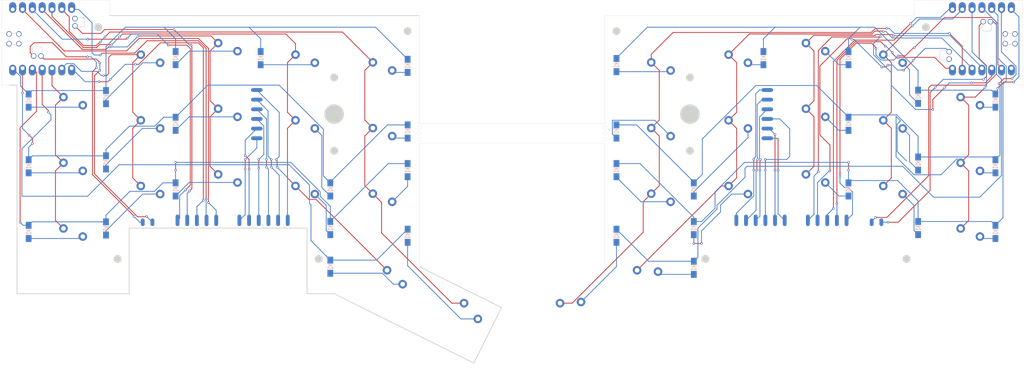
<source format=kicad_pcb>
(kicad_pcb (version 20240108) (generator "pcbnew") (generator_version "8.0")
  (layers (0 "F.Cu" signal) (31 "B.Cu" signal) (34 "B.Paste" user) (35 "F.Paste" user) (36 "B.SilkS" user "B.Silkscreen") (37 "F.SilkS" user "F.Silkscreen") (38 "B.Mask" user) (39 "F.Mask" user) (44 "Edge.Cuts" user))
  (net 0 "")
  (net 1 "VBAT_L")
  (net 2 "ROW0_L")
  (net 3 "Net-(D1-A)")
  (net 4 "Net-(D2-A)")
  (net 5 "Net-(D3-A)")
  (net 6 "Net-(D4-A)")
  (net 7 "Net-(D5-A)")
  (net 8 "ROW1_L")
  (net 9 "Net-(D6-A)")
  (net 10 "Net-(D7-A)")
  (net 11 "Net-(D8-A)")
  (net 12 "Net-(D9-A)")
  (net 13 "Net-(D10-A)")
  (net 14 "ROW2_L")
  (net 15 "Net-(D11-A)")
  (net 16 "Net-(D12-A)")
  (net 17 "Net-(D13-A)")
  (net 18 "Net-(D14-A)")
  (net 19 "Net-(D15-A)")
  (net 20 "Net-(D16-A)")
  (net 21 "ROW3_L")
  (net 22 "Net-(D17-A)")
  (net 23 "TP1_L")
  (net 24 "TP_GND_L")
  (net 25 "COL0_L")
  (net 26 "COL1_L")
  (net 27 "COL2_L")
  (net 28 "COL3_L")
  (net 29 "COL4_L")
  (net 30 "TP_VCC_L")
  (net 33 "TP_DATA_L")
  (net 34 "GND_L")
  (net 38 "TP_CLK_L")
  (net 39 "TP2_L")
  (net 40 "TP6_L")
  (net 41 "TP3_L")
  (net 42 "TP4_L")
  (net 43 "TP5_L")
  (net 44 "TP_RST_L")
  (net 46 "GND_R")
  (net 47 "VBAT_R")
  (net 50 "ROW0_R")
  (net 51 "Net-(D18-A)")
  (net 52 "Net-(D19-A)")
  (net 53 "Net-(D20-A)")
  (net 54 "Net-(D21-A)")
  (net 55 "Net-(D22-A)")
  (net 57 "Net-(D23-A)")
  (net 59 "ROW1_R")
  (net 60 "Net-(D24-A)")
  (net 61 "Net-(D25-A)")
  (net 63 "Net-(D26-A)")
  (net 64 "Net-(D27-A)")
  (net 65 "Net-(D28-A)")
  (net 67 "ROW2_R")
  (net 68 "Net-(D29-A)")
  (net 69 "Net-(D30-A)")
  (net 70 "Net-(D31-A)")
  (net 71 "Net-(D32-A)")
  (net 72 "Net-(D33-A)")
  (net 73 "ROW3_R")
  (net 74 "Net-(D34-A)")
  (net 75 "TP2_R")
  (net 76 "TP1_R")
  (net 77 "TP6_R")
  (net 78 "TP4_R")
  (net 79 "TP3_R")
  (net 80 "TP5_R")
  (net 81 "TP_CLK_R")
  (net 82 "TP_RST_R")
  (net 83 "TP_VCC_R")
  (net 84 "TP_GND_R")
  (net 85 "TP_DATA_R")
  (net 86 "COL4_R")
  (net 87 "COL3_R")
  (net 88 "COL2_R")
  (net 89 "COL1_R")
  (net 90 "COL0_R")
  (footprint "ScottoKeebs_Choc:Choc_V1_1.00u" (layer "F.Cu") (at 135 111.75 -26)
    (property "Reference" "S17" (hide yes))
    (property "Value" "Keyswitch")
  )
  (footprint "ScottoKeebs_Choc:Choc_V1_1.00u" (layer "F.Cu") (at 266 76)
    (property "Reference" "S27" (hide yes))
    (property "Value" "Keyswitch")
  )
  (footprint "totem:2pin" (layer "F.Cu") (at 55.75 85.5 90)
    (property "Reference" "J8" (hide yes))
    (property "Value" "BattConnect_L" (hide yes))
  )
  (footprint "ScottoKeebs_Choc:Choc_V1_1.00u" (layer "F.Cu") (at 246 82)
    (property "Reference" "S31" (hide yes))
    (property "Value" "Keyswitch")
  )
  (footprint "ScottoKeebs_Choc:Choc_V1_1.00u" (layer "F.Cu") (at 186 50)
    (property "Reference" "S18" (hide yes))
    (property "Value" "Keyswitch")
  )
  (footprint "ScottoKeebs_Choc:Choc_V1_1.00u" (layer "F.Cu") (at 114 67)
    (property "Reference" "S10" (hide yes))
    (property "Value" "Keyswitch")
  )
  (footprint "ScottoKeebs_Choc:Choc_V1_1.00u" (layer "F.Cu") (at 186 84)
    (property "Reference" "S28" (hide yes))
    (property "Value" "Keyswitch")
  )
  (footprint "ScottoKeebs_Choc:Choc_V1_1.00u" (layer "F.Cu") (at 74 79)
    (property "Reference" "S13" (hide yes))
    (property "Value" "Keyswitch")
  )
  (footprint "ScottoKeebs_Choc:Choc_V1_1.00u" (layer "F.Cu") (at 34 93)
    (property "Reference" "S11" (hide yes))
    (property "Value" "Keyswitch")
  )
  (footprint "ScottoKeebs_Choc:Choc_V1_1.00u" (layer "F.Cu") (at 266 93)
    (property "Reference" "S32" (hide yes))
    (property "Value" "Keyswitch")
  )
  (footprint "ScottoKeebs_Choc:Choc_V1_1.00u" (layer "F.Cu") (at 226 62)
    (property "Reference" "S25" (hide yes))
    (property "Value" "Keyswitch")
  )
  (footprint "ScottoKeebs_Choc:Choc_V1_1.00u" (layer "F.Cu") (at 206 65)
    (property "Reference" "S24" (hide yes))
    (property "Value" "Keyswitch")
  )
  (footprint "totem:5pin" (layer "F.Cu") (at 231.499999 85 -90)
    (property "Reference" "J6" (hide yes))
    (property "Value" "TP_OUTPUT_TO_XIAO_R" (hide yes))
  )
  (footprint "ScottoKeebs_Choc:Choc_V1_1.00u" (layer "F.Cu") (at 94 48)
    (property "Reference" "S4" (hide yes))
    (property "Value" "Keyswitch")
  )
  (footprint "ScottoKeebs_Choc:Choc_V1_1.00u" (layer "F.Cu") (at 266 59)
    (property "Reference" "S22" (hide yes))
    (property "Value" "Keyswitch")
  )
  (footprint "ScottoKeebs_Choc:Choc_V1_1.00u" (layer "F.Cu") (at 186 67)
    (property "Reference" "S23" (hide yes))
    (property "Value" "Keyswitch")
  )
  (footprint "ScottoKeebs_Choc:Choc_V1_1.00u" (layer "F.Cu") (at 246 48)
    (property "Reference" "S21" (hide yes))
    (property "Value" "Keyswitch")
  )
  (footprint "ScottoKeebs_Choc:Choc_V1_1.00u" (layer "F.Cu") (at 54 65)
    (property "Reference" "S7" (hide yes))
    (property "Value" "Keyswitch")
  )
  (footprint "ScottoKeebs_Choc:Choc_V1_1.00u" (layer "F.Cu") (at 74 62)
    (property "Reference" "S8" (hide yes))
    (property "Value" "Keyswitch")
  )
  (footprint "totem:xiao-ble-smd-cutout" (layer "F.Cu") (at 271.5 38 -90)
    (property "Reference" "U2" (hide yes))
    (property "Value" "xiao-ble" (hide yes))
    (fp_line (start 5.119 10.880999) (end 3.467999 10.880999) (stroke (width 0.12)) (layer "Edge.Cuts"))
    (fp_line (start 3.087 10.5) (end 3.087001 8.8998) (stroke (width 0.12)) (layer "Edge.Cuts"))
    (fp_line (start 5.5 8.8998) (end 5.5 10.5) (stroke (width 0.12)) (layer "Edge.Cuts"))
    (fp_line (start 3.7728 8.214001) (end 4.8142 8.214001) (stroke (width 0.12)) (layer "Edge.Cuts"))
    (fp_line (start -2.413 -0.063) (end -4.0132 -0.063) (stroke (width 0.12)) (layer "Edge.Cuts"))
    (fp_line (start -4.699 -0.7488) (end -4.699 -1.7902) (stroke (width 0.12)) (layer "Edge.Cuts"))
    (fp_line (start -2.032 -2.095) (end -2.032 -0.443999) (stroke (width 0.12)) (layer "Edge.Cuts"))
    (fp_line (start -4.0132 -2.475999) (end -2.413 -2.476) (stroke (width 0.12)) (layer "Edge.Cuts"))
    (fp_line (start -0.8382 -5.778) (end 0.8382 -5.778) (stroke (width 0.12)) (layer "Edge.Cuts"))
    (fp_line (start -1.524 -6.4638) (end -1.524 -8.1402) (stroke (width 0.12)) (layer "Edge.Cuts"))
    (fp_line (start 1.524 -6.4638) (end 1.524 -8.1402) (stroke (width 0.12)) (layer "Edge.Cuts"))
    (fp_line (start -0.838199 -8.826) (end 0.838199 -8.826) (stroke (width 0.12)) (layer "Edge.Cuts"))
    (fp_arc (start 3.467999 10.880999) (mid 3.198593 10.769407) (end 3.087 10.5) (stroke (width 0.12)) (layer "Edge.Cuts"))
    (fp_arc (start 5.5 10.5) (mid 5.388408 10.769408) (end 5.119 10.880999) (stroke (width 0.12)) (layer "Edge.Cuts"))
    (fp_arc (start 5.5 8.8998) (mid 4.896394 8.817607) (end 4.8142 8.214001) (stroke (width 0.12)) (layer "Edge.Cuts"))
    (fp_arc (start 3.7728 8.214001) (mid 3.69061 8.81761) (end 3.087001 8.8998) (stroke (width 0.12)) (layer "Edge.Cuts"))
    (fp_arc (start -2.032 -0.443999) (mid -2.143592 -0.174592) (end -2.413 -0.063) (stroke (width 0.12)) (layer "Edge.Cuts"))
    (fp_arc (start -4.699 -0.7488) (mid -4.09539 -0.66661) (end -4.0132 -0.063) (stroke (width 0.12)) (layer "Edge.Cuts"))
    (fp_arc (start -4.0132 -2.475999) (mid -4.095393 -1.872392) (end -4.699 -1.7902) (stroke (width 0.12)) (layer "Edge.Cuts"))
    (fp_arc (start -2.413 -2.476) (mid -2.143592 -2.364408) (end -2.032 -2.095) (stroke (width 0.12)) (layer "Edge.Cuts"))
    (fp_arc (start 0.8382 -5.778) (mid 0.920391 -6.381609) (end 1.524 -6.4638) (stroke (width 0.12)) (layer "Edge.Cuts"))
    (fp_arc (start -1.524 -6.4638) (mid -0.920391 -6.381609) (end -0.8382 -5.778) (stroke (width 0.12)) (layer "Edge.Cuts"))
    (fp_arc (start 1.524 -8.1402) (mid 0.920394 -8.222393) (end 0.838199 -8.826) (stroke (width 0.12)) (layer "Edge.Cuts"))
    (fp_arc (start -0.838199 -8.826) (mid -0.92039 -8.222391) (end -1.524 -8.1402) (stroke (width 0.12)) (layer "Edge.Cuts"))
  )
  (footprint "ScottoKeebs_Choc:Choc_V1_1.00u" (layer "F.Cu") (at 74 45)
    (property "Reference" "S3" (hide yes))
    (property "Value" "Keyswitch")
  )
  (footprint "totem:5pin" (layer "F.Cu") (at 68.499998 85 -90)
    (property "Reference" "J4" (hide yes))
    (property "Value" "TP_OUTPUT_TO_XIAO_L" (hide yes))
  )
  (footprint "totem:6pin" (layer "F.Cu") (at 84 57.5)
    (property "Reference" "J1" (hide yes))
    (property "Value" "TP_BRIDGE_IN_L" (hide yes))
  )
  (footprint "ScottoKeebs_Choc:Choc_V1_1.00u" (layer "F.Cu") (at 114 50)
    (property "Reference" "S5" (hide yes))
    (property "Value" "Keyswitch")
  )
  (footprint "ScottoKeebs_Choc:Choc_V1_1.00u" (layer "F.Cu") (at 226 79)
    (property "Reference" "S30" (hide yes))
    (property "Value" "Keyswitch")
  )
  (footprint "ScottoKeebs_Choc:Choc_V1_1.00u" (layer "F.Cu") (at 94 65)
    (property "Reference" "S9" (hide yes))
    (property "Value" "Keyswitch")
  )
  (footprint "totem:2pin" (layer "F.Cu") (at 244.25 85.5 90)
    (property "Reference" "J7" (hide yes))
    (property "Value" "BattConnect_R" (hide yes))
  )
  (footprint "ScottoKeebs_Choc:Choc_V1_1.00u" (layer "F.Cu") (at 94 82)
    (property "Reference" "S14" (hide yes))
    (property "Value" "Keyswitch")
  )
  (footprint "ScottoKeebs_Choc:Choc_V1_1.00u" (layer "F.Cu") (at 54 82)
    (property "Reference" "S12" (hide yes))
    (property "Value" "Keyswitch")
  )
  (footprint "totem:6pin" (layer "F.Cu") (at 85.749999 85 -90)
    (property "Reference" "J2" (hide yes))
    (property "Value" "TP_BRIDGE_OUT_L" (hide yes))
  )
  (footprint "ScottoKeebs_Choc:Choc_V1_1.00u" (layer "F.Cu") (at 206 82)
    (property "Reference" "S29" (hide yes))
    (property "Value" "Keyswitch")
  )
  (footprint "ScottoKeebs_Choc:Choc_V1_1.00u" (layer "F.Cu") (at 114 84)
    (property "Reference" "S15" (hide yes))
    (property "Value" "Keyswitch")
  )
  (footprint "ScottoKeebs_Choc:Choc_V1_1.00u" (layer "F.Cu") (at 246 65)
    (property "Reference" "S26" (hide yes))
    (property "Value" "Keyswitch")
  )
  (footprint "ScottoKeebs_Choc:Choc_V1_1.00u" (layer "F.Cu") (at 226 45)
    (property "Reference" "S20" (hide yes))
    (property "Value" "Keyswitch")
  )
  (footprint "ScottoKeebs_Choc:Choc_V1_1.00u" (layer "F.Cu") (at 165 111.75 26)
    (property "Reference" "S33" (hide yes))
    (property "Value" "Keyswitch")
  )
  (footprint "ScottoKeebs_Choc:Choc_V1_1.00u" (layer "F.Cu") (at 115.75 103.5 -19)
    (property "Reference" "S16" (hide yes))
    (property "Value" "Keyswitch")
  )
  (footprint "ScottoKeebs_Choc:Choc_V1_1.00u" (layer "F.Cu") (at 34 59)
    (property "Reference" "S1" (hide yes))
    (property "Value" "Keyswitch")
  )
  (footprint "ScottoKeebs_Choc:Choc_V1_1.00u" (layer "F.Cu") (at 206 48)
    (property "Reference" "S19" (hide yes))
    (property "Value" "Keyswitch")
  )
  (footprint "totem:xiao-ble-smd-cutout" (layer "F.Cu") (at 28.5 38 90)
    (property "Reference" "U1" (hide yes))
    (property "Value" "xiao-ble" (hide yes))
    (fp_line (start -0.838199 -8.826) (end 0.838199 -8.826) (stroke (width 0.12)) (layer "Edge.Cuts"))
    (fp_line (start 1.524 -6.4638) (end 1.524 -8.1402) (stroke (width 0.12)) (layer "Edge.Cuts"))
    (fp_line (start -1.524 -6.4638) (end -1.524 -8.1402) (stroke (width 0.12)) (layer "Edge.Cuts"))
    (fp_line (start -0.8382 -5.778) (end 0.8382 -5.778) (stroke (width 0.12)) (layer "Edge.Cuts"))
    (fp_line (start -4.0132 -2.475999) (end -2.413 -2.476) (stroke (width 0.12)) (layer "Edge.Cuts"))
    (fp_line (start -2.032 -2.095) (end -2.032 -0.443999) (stroke (width 0.12)) (layer "Edge.Cuts"))
    (fp_line (start -4.699 -0.7488) (end -4.699 -1.7902) (stroke (width 0.12)) (layer "Edge.Cuts"))
    (fp_line (start -2.413 -0.063) (end -4.0132 -0.063) (stroke (width 0.12)) (layer "Edge.Cuts"))
    (fp_line (start 3.7728 8.214) (end 4.8142 8.214) (stroke (width 0.12)) (layer "Edge.Cuts"))
    (fp_line (start 5.499999 8.8998) (end 5.5 10.5) (stroke (width 0.12)) (layer "Edge.Cuts"))
    (fp_line (start 3.087 10.5) (end 3.087 8.8998) (stroke (width 0.12)) (layer "Edge.Cuts"))
    (fp_line (start 5.119 10.881) (end 3.467999 10.881) (stroke (width 0.12)) (layer "Edge.Cuts"))
    (fp_arc (start -0.838199 -8.826) (mid -0.92039 -8.222391) (end -1.524 -8.1402) (stroke (width 0.12)) (layer "Edge.Cuts"))
    (fp_arc (start 1.524 -8.1402) (mid 0.920394 -8.222393) (end 0.838199 -8.826) (stroke (width 0.12)) (layer "Edge.Cuts"))
    (fp_arc (start -1.524 -6.4638) (mid -0.920391 -6.381609) (end -0.8382 -5.778) (stroke (width 0.12)) (layer "Edge.Cuts"))
    (fp_arc (start 0.8382 -5.778) (mid 0.920391 -6.381609) (end 1.524 -6.4638) (stroke (width 0.12)) (layer "Edge.Cuts"))
    (fp_arc (start -2.413 -2.476) (mid -2.143592 -2.364408) (end -2.032 -2.095) (stroke (width 0.12)) (layer "Edge.Cuts"))
    (fp_arc (start -4.0132 -2.475999) (mid -4.095393 -1.872392) (end -4.699 -1.7902) (stroke (width 0.12)) (layer "Edge.Cuts"))
    (fp_arc (start -4.699 -0.7488) (mid -4.09539 -0.66661) (end -4.0132 -0.063) (stroke (width 0.12)) (layer "Edge.Cuts"))
    (fp_arc (start -2.032 -0.443999) (mid -2.143592 -0.174592) (end -2.413 -0.063) (stroke (width 0.12)) (layer "Edge.Cuts"))
    (fp_arc (start 3.7728 8.214) (mid 3.69061 8.81761) (end 3.087 8.8998) (stroke (width 0.12)) (layer "Edge.Cuts"))
    (fp_arc (start 5.499999 8.8998) (mid 4.896393 8.817606) (end 4.8142 8.214) (stroke (width 0.12)) (layer "Edge.Cuts"))
    (fp_arc (start 5.5 10.5) (mid 5.388408 10.769408) (end 5.119 10.881) (stroke (width 0.12)) (layer "Edge.Cuts"))
    (fp_arc (start 3.467999 10.881) (mid 3.198592 10.769407) (end 3.087 10.5) (stroke (width 0.12)) (layer "Edge.Cuts"))
  )
  (footprint "totem:6pin" (layer "F.Cu") (at 216 57.5 180)
    (property "Reference" "J3" (hide yes))
    (property "Value" "TP_BRIDGE_IN_R" (hide yes))
  )
  (footprint "ScottoKeebs_Choc:Choc_V1_1.00u" (layer "F.Cu") (at 34 76)
    (property "Reference" "S6" (hide yes))
    (property "Value" "Keyswitch")
  )
  (footprint "totem:6pin" (layer "F.Cu") (at 214.25 85 -90)
    (property "Reference" "J5" (hide yes))
    (property "Value" "TP_BRIDGE_OUT_R" (hide yes))
  )
  (footprint "ScottoKeebs_Choc:Choc_V1_1.00u" (layer "F.Cu") (at 184.25 103.5 19)
    (property "Reference" "S34" (hide yes))
    (property "Value" "Keyswitch")
  )
  (footprint "ScottoKeebs_Choc:Choc_V1_1.00u" (layer "F.Cu") (at 54 48)
    (property "Reference" "S2" (hide yes))
    (property "Value" "Keyswitch")
  )
  (footprint "totem:Diode_SOD123" (layer "B.Cu") (at 255 70.299999 -90)
    (property "Reference" "D26" (hide yes))
    (property "Value" "Diode" (hide yes))
  )
  (footprint "totem:Diode_SOD123" (layer "B.Cu") (at 45 53.100001 -90)
    (property "Reference" "D2" (hide yes))
    (property "Value" "Diode" (hide yes))
  )
  (footprint "totem:Diode_SOD123" (layer "B.Cu") (at 63 77 -90)
    (property "Reference" "D13" (hide yes))
    (property "Value" "Diode" (hide yes))
  )
  (footprint "totem:Diode_SOD123" (layer "B.Cu") (at 45 87.100001 -90)
    (property "Reference" "D12" (hide yes))
    (property "Value" "Diode" (hide yes))
  )
  (footprint "totem:Diode_SOD123" (layer "B.Cu") (at 255 87 -90)
    (property "Reference" "D31" (hide yes))
    (property "Value" "Diode" (hide yes))
  )
  (footprint "totem:Diode_SOD123" (layer "B.Cu") (at 197 97.299999 -90)
    (property "Reference" "D34" (hide yes))
    (property "Value" "Diode" (hide yes))
  )
  (footprint "totem:Diode_SOD123" (layer "B.Cu") (at 63 43 -90)
    (property "Reference" "D3" (hide yes))
    (property "Value" "Diode" (hide yes))
  )
  (footprint "totem:Diode_SOD123" (layer "B.Cu") (at 25 88 -90)
    (property "Reference" "D11" (hide yes))
    (property "Value" "Diode" (hide yes))
  )
  (footprint "totem:Diode_SOD123" (layer "B.Cu") (at 255 53 -90)
    (property "Reference" "D21" (hide yes))
    (property "Value" "Diode" (hide yes))
  )
  (footprint "totem:Diode_SOD123" (layer "B.Cu") (at 237 77 -90)
    (property "Reference" "D30" (hide yes))
    (property "Value" "Diode" (hide yes))
  )
  (footprint "totem:Diode_SOD123" (layer "B.Cu") (at 197 87 -90)
    (property "Reference" "D29" (hide yes))
    (property "Value" "Diode" (hide yes))
  )
  (footprint "totem:Diode_SOD123" (layer "B.Cu") (at 275 71 -90)
    (property "Reference" "D27" (hide yes))
    (property "Value" "Diode" (hide yes))
  )
  (footprint "totem:Diode_SOD123" (layer "B.Cu") (at 25 54 -90)
    (property "Reference" "D1" (hide yes))
    (property "Value" "Diode" (hide yes))
  )
  (footprint "totem:Diode_SOD123" (layer "B.Cu") (at 177 89 -90)
    (property "Reference" "D33" (hide yes))
    (property "Value" "Diode" (hide yes))
  )
  (footprint "totem:Diode_SOD123" (layer "B.Cu") (at 177 72 -90)
    (property "Reference" "D28" (hide yes))
    (property "Value" "Diode" (hide yes))
  )
  (footprint "totem:Diode_SOD123" (layer "B.Cu") (at 25 71 -90)
    (property "Reference" "D6" (hide yes))
    (property "Value" "Diode" (hide yes))
  )
  (footprint "totem:Diode_SOD123" (layer "B.Cu") (at 197 77 -90)
    (property "Reference" "D24" (hide yes))
    (property "Value" "Diode" (hide yes))
  )
  (footprint "totem:Diode_SOD123" (layer "B.Cu") (at 177 62 -90)
    (property "Reference" "D23" (hide yes))
    (property "Value" "Diode" (hide yes))
  )
  (footprint "totem:Diode_SOD123" (layer "B.Cu") (at 237 60 -90)
    (property "Reference" "D25" (hide yes))
    (property "Value" "Diode" (hide yes))
  )
  (footprint "totem:Diode_SOD123" (layer "B.Cu") (at 103 87 -90)
    (property "Reference" "D14" (hide yes))
    (property "Value" "Diode" (hide yes))
  )
  (footprint "totem:Diode_SOD123" (layer "B.Cu") (at 103 97 -90)
    (property "Reference" "D16" (hide yes))
    (property "Value" "Diode" (hide yes))
  )
  (footprint "totem:Diode_SOD123" (layer "B.Cu") (at 123 62 -90)
    (property "Reference" "D10" (hide yes))
    (property "Value" "Diode" (hide yes))
  )
  (footprint "totem:Diode_SOD123" (layer "B.Cu") (at 123 89 -90)
    (property "Reference" "D17" (hide yes))
    (property "Value" "Diode" (hide yes))
  )
  (footprint "totem:Diode_SOD123" (layer "B.Cu") (at 45 70 -90)
    (property "Reference" "D7" (hide yes))
    (property "Value" "Diode" (hide yes))
  )
  (footprint "totem:Diode_SOD123" (layer "B.Cu") (at 237 43 -90)
    (property "Reference" "D20" (hide yes))
    (property "Value" "Diode" (hide yes))
  )
  (footprint "totem:Diode_SOD123" (layer "B.Cu") (at 123 72 -90)
    (property "Reference" "D15" (hide yes))
    (property "Value" "Diode" (hide yes))
  )
  (footprint "totem:Diode_SOD123" (layer "B.Cu") (at 63 60 -90)
    (property "Reference" "D8" (hide yes))
    (property "Value" "Diode" (hide yes))
  )
  (footprint "totem:Diode_SOD123" (layer "B.Cu") (at 275 54 -90)
    (property "Reference" "D22" (hide yes))
    (property "Value" "Diode" (hide yes))
  )
  (footprint "totem:Diode_SOD123" (layer "B.Cu") (at 275 88 -90)
    (property "Reference" "D32" (hide yes))
    (property "Value" "Diode" (hide yes))
  )
  (footprint "totem:Diode_SOD123" (layer "B.Cu") (at 85 43 -90)
    (property "Reference" "D4" (hide yes))
    (property "Value" "Diode" (hide yes))
  )
  (footprint "totem:Diode_SOD123" (layer "B.Cu") (at 177 44.799999 -90)
    (property "Reference" "D18" (hide yes))
    (property "Value" "Diode" (hide yes))
  )
  (footprint "totem:Diode_SOD123" (layer "B.Cu") (at 215 43 -90)
    (property "Reference" "D19" (hide yes))
    (property "Value" "Diode" (hide yes))
  )
  (footprint "totem:Diode_SOD123" (layer "B.Cu") (at 123 45 -90)
    (property "Reference" "D5" (hide yes))
    (property "Value" "Diode" (hide yes))
  )
  (footprint "totem:Diode_SOD123" (layer "B.Cu") (at 103 77 -90)
    (property "Reference" "D9" (hide yes))
    (property "Value" "Diode" (hide yes))
  )
  (gr_line (start 18 50) (end 20 50) (stroke (width 0.05)) (layer "Edge.Cuts"))
  (gr_line (start 126.000001 32) (end 46 32) (stroke (width 0.2)) (layer "Edge.Cuts"))
  (gr_line (start 280 50.000002) (end 278 50.000003) (stroke (width 0.005)) (layer "Edge.Cuts"))
  (gr_line (start 202.999998 104.000003) (end 195.999998 104.000003) (stroke (width 0.005)) (layer "Edge.Cuts"))
  (gr_line (start 282 28) (end 282 50) (stroke (width 0.05)) (layer "Edge.Cuts"))
  (gr_circle (center 48 95) (end 49 95) (stroke (width 0.05)) (fill solid) (layer "Edge.Cuts"))
  (gr_line (start 97.000001 104.000001) (end 104.000001 104.000001) (stroke (width 0.2)) (layer "Edge.Cuts"))
  (gr_line (start 282 50) (end 280 50.000002) (stroke (width 0.05)) (layer "Edge.Cuts"))
  (gr_line (start 254 32) (end 174 32) (stroke (width 0.05)) (layer "Edge.Cuts"))
  (gr_line (start 97.000001 87.000001) (end 97.000001 104.000001) (stroke (width 0.2)) (layer "Edge.Cuts"))
  (gr_line (start 126.000001 32) (end 126 60) (stroke (width 0.05)) (layer "Edge.Cuts"))
  (gr_circle (center 126 64) (end 126 64.5) (stroke (width 0.05)) (fill none) (layer "Edge.Cuts"))
  (gr_line (start 51 104.000001) (end 51 87.000001) (stroke (width 0.2)) (layer "Edge.Cuts"))
  (gr_line (start 104.000001 104.000001) (end 140.124069 121.967553) (stroke (width 0.2)) (layer "Edge.Cuts"))
  (gr_line (start 126.000001 97.000001) (end 126 65) (stroke (width 0.05)) (layer "Edge.Cuts"))
  (gr_line (start 140.124069 121.967553) (end 147.27844 107.583567) (stroke (width 0.2)) (layer "Edge.Cuts"))
  (gr_line (start 174 65) (end 126 65) (stroke (width 0.05)) (layer "Edge.Cuts"))
  (gr_circle (center 104 67) (end 105 67) (stroke (width 0.05)) (fill solid) (layer "Edge.Cuts"))
  (gr_line (start 254 32) (end 254 28) (stroke (width 0.05)) (layer "Edge.Cuts"))
  (gr_circle (center 104 57.5) (end 106.5 57.5) (stroke (width 0.05)) (fill solid) (layer "Edge.Cuts"))
  (gr_line (start 248.999999 87.000002) (end 202.999998 87.000003) (stroke (width 0.005)) (layer "Edge.Cuts"))
  (gr_line (start 22 50) (end 22 104.000001) (stroke (width 0.2)) (layer "Edge.Cuts"))
  (gr_circle (center 123 36) (end 124 36) (stroke (width 0.05)) (fill solid) (layer "Edge.Cuts"))
  (gr_circle (center 196 67) (end 197 67) (stroke (width 0.05)) (fill solid) (layer "Edge.Cuts"))
  (gr_line (start 18 28) (end 18 50) (stroke (width 0.05)) (layer "Edge.Cuts"))
  (gr_line (start 147.27844 107.583567) (end 126.000001 97.000001) (stroke (width 0.2)) (layer "Edge.Cuts"))
  (gr_line (start 152.721559 107.583569) (end 173.999999 97.000003) (stroke (width 0.005)) (layer "Edge.Cuts"))
  (gr_line (start 159.87593 121.967555) (end 152.721559 107.583569) (stroke (width 0.005)) (layer "Edge.Cuts"))
  (gr_line (start 195.999998 104.000003) (end 159.87593 121.967555) (stroke (width 0.005)) (layer "Edge.Cuts"))
  (gr_line (start 20 50) (end 22 50) (stroke (width 0.2)) (layer "Edge.Cuts"))
  (gr_circle (center 104 48) (end 105 48) (stroke (width 0.05)) (fill solid) (layer "Edge.Cuts"))
  (gr_line (start 202.999998 87.000003) (end 202.999998 104.000003) (stroke (width 0.005)) (layer "Edge.Cuts"))
  (gr_line (start 248.999999 104.000003) (end 248.999999 87.000002) (stroke (width 0.005)) (layer "Edge.Cuts"))
  (gr_circle (center 174 62.5) (end 174 63) (stroke (width 0.05)) (fill none) (layer "Edge.Cuts"))
  (gr_circle (center 126 61) (end 126 61.5) (stroke (width 0.05)) (fill none) (layer "Edge.Cuts"))
  (gr_circle (center 43 35) (end 44 35) (stroke (width 0.05)) (fill solid) (layer "Edge.Cuts"))
  (gr_circle (center 196 57.5) (end 198.5 57.5) (stroke (width 0.05)) (fill solid) (layer "Edge.Cuts"))
  (gr_line (start 173.999999 97.000003) (end 174 65) (stroke (width 0.05)) (layer "Edge.Cuts"))
  (gr_line (start 174 32) (end 174 60) (stroke (width 0.05)) (layer "Edge.Cuts"))
  (gr_line (start 278 50.000003) (end 277.999998 104.000003) (stroke (width 0.005)) (layer "Edge.Cuts"))
  (gr_circle (center 196 48) (end 197 48) (stroke (width 0.05)) (fill solid) (layer "Edge.Cuts"))
  (gr_circle (center 100 95) (end 101 95) (stroke (width 0.05)) (fill solid) (layer "Edge.Cuts"))
  (gr_line (start 22 104.000001) (end 51 104.000001) (stroke (width 0.2)) (layer "Edge.Cuts"))
  (gr_circle (center 252 95) (end 253 95) (stroke (width 0.05)) (fill solid) (layer "Edge.Cuts"))
  (gr_circle (center 200 95) (end 201 95) (stroke (width 0.05)) (fill solid) (layer "Edge.Cuts"))
  (gr_line (start 46 32) (end 46 28) (stroke (width 0.05)) (layer "Edge.Cuts"))
  (gr_line (start 46 28) (end 18 28) (stroke (width 0.05)) (layer "Edge.Cuts"))
  (gr_line (start 254 28) (end 282 28) (stroke (width 0.05)) (layer "Edge.Cuts"))
  (gr_circle (center 126 62.5) (end 126 63) (stroke (width 0.05)) (fill none) (layer "Edge.Cuts"))
  (gr_line (start 277.999998 104.000003) (end 248.999999 104.000003) (stroke (width 0.005)) (layer "Edge.Cuts"))
  (gr_circle (center 257 35) (end 258 35) (stroke (width 0.05)) (fill solid) (layer "Edge.Cuts"))
  (gr_circle (center 174 61) (end 174 61.5) (stroke (width 0.05)) (fill none) (layer "Edge.Cuts"))
  (gr_circle (center 174 64) (end 174 64.5) (stroke (width 0.05)) (fill none) (layer "Edge.Cuts"))
  (gr_circle (center 177 36) (end 178 36) (stroke (width 0.05)) (fill solid) (layer "Edge.Cuts"))
  (gr_line (start 51 87.000001) (end 97.000001 87.000001) (stroke (width 0.2)) (layer "Edge.Cuts"))
  (gr_line (start 174 60) (end 126 60) (stroke (width 0.05)) (layer "Edge.Cuts"))
  (segment (start 253.95 73.2) (end 260.920101 73.2) (width 0.2) (layer "B.Cu") (net 0))
  (segment (start 249.314214 58.1) (end 249.314214 68.564214) (width 0.2) (layer "B.Cu") (net 0))
  (segment (start 252 69.6) (end 249.6 67.2) (width 0.2) (layer "B.Cu") (net 0))
  (segment (start 249.314214 68.564214) (end 253.95 73.2) (width 0.2) (layer "B.Cu") (net 0))
  (segment (start 250.457107 59.242894) (end 249.314214 58.1) (width 0.2) (layer "B.Cu") (net 0))
  (segment (start 260.920101 73.2) (end 265.120103 68.999998) (width 0.2) (layer "B.Cu") (net 0))
  (segment (start 249.6 67.2) (end 249.6 60.100001) (width 0.2) (layer "B.Cu") (net 0))
  (segment (start 249.6 60.100001) (end 250.457107 59.242894) (width 0.2) (layer "B.Cu") (net 0))
  (segment (start 43.4 44.25) (end 43.4 44.15) (width 0.2) (layer "F.Cu") (net 1))
  (segment (start 53.140507 84.075) (end 42 72.934493) (width 0.2) (layer "F.Cu") (net 1))
  (segment (start 43.4 44.15) (end 42.5 43.25) (width 0.2) (layer "F.Cu") (net 1))
  (segment (start 55.425 84.075) (end 53.140507 84.075) (width 0.2) (layer "F.Cu") (net 1))
  (segment (start 55.5 84) (end 55.425 84.075) (width 0.2) (layer "F.Cu") (net 1))
  (segment (start 42.5 43.25) (end 28.988 43.25) (width 0.2) (layer "F.Cu") (net 1))
  (segment (start 42 47.584313) (end 43.4 46.184313) (width 0.2) (layer "F.Cu") (net 1))
  (segment (start 42 72.934493) (end 42 47.584313) (width 0.2) (layer "F.Cu") (net 1))
  (segment (start 28.988 43.25) (end 28.183 42.445) (width 0.2) (layer "F.Cu") (net 1))
  (via (at 43.4 44.25) (size 0.6) (drill 0.3) (layers "F.Cu" "B.Cu") (net 1))
  (via (at 43.4 46.184313) (size 0.6) (drill 0.3) (layers "F.Cu" "B.Cu") (net 1))
  (via (at 55.5 84) (size 0.6) (drill 0.3) (layers "F.Cu" "B.Cu") (net 1))
  (segment (start 56.999999 85.5) (end 55.5 84.000001) (width 0.2) (layer "B.Cu") (net 1))
  (segment (start 43.4 46.184313) (end 43.4 44.25) (width 0.2) (layer "B.Cu") (net 1))
  (segment (start 55.5 84.000001) (end 55.5 84) (width 0.2) (layer "B.Cu") (net 1))
  (segment (start 50 35) (end 60 35) (width 0.2) (layer "B.Cu") (net 2))
  (segment (start 85 41.299999) (end 85 38) (width 0.2) (layer "B.Cu") (net 2))
  (segment (start 114.700001 35) (end 82 35) (width 0.2) (layer "B.Cu") (net 2))
  (segment (start 20.88 45.727056) (end 20.88 45.62) (width 0.2) (layer "B.Cu") (net 2))
  (segment (start 25 52.299999) (end 25.899999 51.4) (width 0.2) (layer "B.Cu") (net 2))
  (segment (start 25 52.299999) (end 22.912 50.211999) (width 0.2) (layer "B.Cu") (net 2))
  (segment (start 25.899999 51.4) (end 45 51.4) (width 0.2) (layer "B.Cu") (net 2))
  (segment (start 85 38) (end 82 35) (width 0.2) (layer "B.Cu") (net 2))
  (segment (start 63 38) (end 60 35) (width 0.2) (layer "B.Cu") (net 2))
  (segment (start 45 40) (end 50 35) (width 0.2) (layer "B.Cu") (net 2))
  (segment (start 63 41.299999) (end 63 38) (width 0.2) (layer "B.Cu") (net 2))
  (segment (start 123 43.299999) (end 114.700001 35) (width 0.2) (layer "B.Cu") (net 2))
  (segment (start 45 51.4) (end 45 40) (width 0.2) (layer "B.Cu") (net 2))
  (segment (start 82 35) (end 60 35) (width 0.2) (layer "B.Cu") (net 2))
  (segment (start 22.912 50.211999) (end 22.912 47.759056) (width 0.2) (layer "B.Cu") (net 2))
  (segment (start 22.912 47.759056) (end 20.88 45.727056) (width 0.2) (layer "B.Cu") (net 2))
  (segment (start 25 52.299999) (end 25.200001 52.299999) (width 0.2) (layer "B.Cu") (net 2))
  (segment (start 38.499999 55.700001) (end 39 55.2) (width 0.2) (layer "B.Cu") (net 3))
  (segment (start 25 55.700001) (end 38.499999 55.700001) (width 0.2) (layer "B.Cu") (net 3))
  (segment (start 54.500002 44.2) (end 59 44.2) (width 0.2) (layer "B.Cu") (net 4))
  (segment (start 45 53.700002) (end 54.500002 44.2) (width 0.2) (layer "B.Cu") (net 4))
  (segment (start 45 54.800002) (end 45 53.700002) (width 0.2) (layer "B.Cu") (net 4))
  (segment (start 63 44.700001) (end 66.500001 41.2) (width 0.2) (layer "B.Cu") (net 5))
  (segment (start 66.500001 41.2) (end 79 41.2) (width 0.2) (layer "B.Cu") (net 5))
  (segment (start 98.499999 44.700001) (end 99 44.2) (width 0.2) (layer "B.Cu") (net 6))
  (segment (start 85 44.700001) (end 98.499999 44.700001) (width 0.2) (layer "B.Cu") (net 6))
  (segment (start 123 46.700001) (end 119.500001 46.700001) (width 0.2) (layer "B.Cu") (net 7))
  (segment (start 119.500001 46.700001) (end 119 46.2) (width 0.2) (layer "B.Cu") (net 7))
  (segment (start 23.4 52) (end 23.4 45.64) (width 0.2) (layer "F.Cu") (net 8))
  (segment (start 23.4 45.64) (end 23.42 45.62) (width 0.2) (layer "F.Cu") (net 8))
  (segment (start 26 65.1) (end 26 63.8) (width 0.2) (layer "F.Cu") (net 8))
  (segment (start 26 63.8) (end 25.1 62.9) (width 0.2) (layer "F.Cu") (net 8))
  (via (at 26 65.1) (size 0.6) (drill 0.3) (layers "F.Cu" "B.Cu") (net 8))
  (via (at 23.4 52) (size 0.6) (drill 0.3) (layers "F.Cu" "B.Cu") (net 8))
  (via (at 25.1 62.9) (size 0.6) (drill 0.3) (layers "F.Cu" "B.Cu") (net 8))
  (segment (start 25 69.299999) (end 25 66.1) (width 0.2) (layer "B.Cu") (net 8))
  (segment (start 59.920102 58.299999) (end 60 58.299999) (width 0.2) (layer "B.Cu") (net 8))
  (segment (start 89.779899 50) (end 101.2 61.420101) (width 0.2) (layer "B.Cu") (net 8))
  (segment (start 101.2 73.499999) (end 103 75.299999) (width 0.2) (layer "B.Cu") (net 8))
  (segment (start 45 68.299999) (end 26 68.299999) (width 0.2) (layer "B.Cu") (net 8))
  (segment (start 51.051472 60.61005) (end 57.610051 60.61005) (width 0.2) (layer "B.Cu") (net 8))
  (segment (start 25 66.1) (end 26 65.1) (width 0.2) (layer "B.Cu") (net 8))
  (segment (start 89.779899 50) (end 71.299999 50) (width 0.2) (layer "B.Cu") (net 8))
  (segment (start 25.1 62.9) (end 23.4 61.2) (width 0.2) (layer "B.Cu") (net 8))
  (segment (start 117.765508 60.299999) (end 123 60.299999) (width 0.2) (layer "B.Cu") (net 8))
  (segment (start 101.2 61.420101) (end 101.2 73.499999) (width 0.2) (layer "B.Cu") (net 8))
  (segment (start 45 66.661522) (end 51.051472 60.61005) (width 0.2) (layer "B.Cu") (net 8))
  (segment (start 103 75.299999) (end 103 75.065507) (width 0.2) (layer "B.Cu") (net 8))
  (segment (start 71.299999 50) (end 63 58.299999) (width 0.2) (layer "B.Cu") (net 8))
  (segment (start 23.4 61.2) (end 23.4 52) (width 0.2) (layer "B.Cu") (net 8))
  (segment (start 103 75.065507) (end 117.765508 60.299999) (width 0.2) (layer "B.Cu") (net 8))
  (segment (start 57.610051 60.61005) (end 59.920102 58.299999) (width 0.2) (layer "B.Cu") (net 8))
  (segment (start 26 68.299999) (end 25 69.299999) (width 0.2) (layer "B.Cu") (net 8))
  (segment (start 60 58.299999) (end 63 58.299999) (width 0.2) (layer "B.Cu") (net 8))
  (segment (start 45 68.299999) (end 45 66.661522) (width 0.2) (layer "B.Cu") (net 8))
  (segment (start 38.499999 72.700001) (end 39 72.2) (width 0.2) (layer "B.Cu") (net 9))
  (segment (start 25 72.700001) (end 38.499999 72.700001) (width 0.2) (layer "B.Cu") (net 9))
  (segment (start 45 71.700001) (end 45 70.600001) (width 0.2) (layer "B.Cu") (net 10))
  (segment (start 45 70.600001) (end 54.400001 61.2) (width 0.2) (layer "B.Cu") (net 10))
  (segment (start 54.400001 61.2) (end 59 61.2) (width 0.2) (layer "B.Cu") (net 10))
  (segment (start 66.500001 58.2) (end 79 58.2) (width 0.2) (layer "B.Cu") (net 11))
  (segment (start 63 61.700001) (end 66.500001 58.2) (width 0.2) (layer "B.Cu") (net 11))
  (segment (start 103 78.700001) (end 100.8 76.500001) (width 0.2) (layer "B.Cu") (net 12))
  (segment (start 100.8 76.500001) (end 100.8 63) (width 0.2) (layer "B.Cu") (net 12))
  (segment (start 100.8 63) (end 99 61.2) (width 0.2) (layer "B.Cu") (net 12))
  (segment (start 119.500001 63.700001) (end 119 63.2) (width 0.2) (layer "B.Cu") (net 13))
  (segment (start 123 63.700001) (end 119.500001 63.700001) (width 0.2) (layer "B.Cu") (net 13))
  (segment (start 63 70) (end 63 72) (width 0.2) (layer "F.Cu") (net 14))
  (segment (start 27 56.8) (end 27 46.66) (width 0.2) (layer "F.Cu") (net 14))
  (segment (start 22.8 85.5) (end 22.8 61) (width 0.2) (layer "F.Cu") (net 14))
  (segment (start 27 46.66) (end 25.96 45.62) (width 0.2) (layer "F.Cu") (net 14))
  (segment (start 22.8 61) (end 27 56.8) (width 0.2) (layer "F.Cu") (net 14))
  (via (at 63 70) (size 0.6) (drill 0.3) (layers "F.Cu" "B.Cu") (net 14))
  (via (at 22.8 85.5) (size 0.6) (drill 0.3) (layers "F.Cu" "B.Cu") (net 14))
  (via (at 63 72) (size 0.6) (drill 0.3) (layers "F.Cu" "B.Cu") (net 14))
  (segment (start 59.700001 75.299999) (end 63 75.299999) (width 0.2) (layer "B.Cu") (net 14))
  (segment (start 51.161522 77.5) (end 57.5 77.5) (width 0.2) (layer "B.Cu") (net 14))
  (segment (start 103 81.379899) (end 100.4 78.779899) (width 0.2) (layer "B.Cu") (net 14))
  (segment (start 103 85.299999) (end 103 81.379899) (width 0.2) (layer "B.Cu") (net 14))
  (segment (start 25.899999 85.4) (end 25 86.299999) (width 0.2) (layer "B.Cu") (net 14))
  (segment (start 100.4 77.620101) (end 92.779899 70) (width 0.2) (layer "B.Cu") (net 14))
  (segment (start 103 85.299999) (end 118 70.299999) (width 0.2) (layer "B.Cu") (net 14))
  (segment (start 45 85.4) (end 45 83.661522) (width 0.2) (layer "B.Cu") (net 14))
  (segment (start 92.779899 70) (end 63 70) (width 0.2) (layer "B.Cu") (net 14))
  (segment (start 118 70.299999) (end 123 70.299999) (width 0.2) (layer "B.Cu") (net 14))
  (segment (start 45 83.661522) (end 51.161522 77.5) (width 0.2) (layer "B.Cu") (net 14))
  (segment (start 63 72) (end 63 75.299999) (width 0.2) (layer "B.Cu") (net 14))
  (segment (start 22.8 85.5) (end 23.599999 86.299999) (width 0.2) (layer "B.Cu") (net 14))
  (segment (start 23.599999 86.299999) (end 25 86.299999) (width 0.2) (layer "B.Cu") (net 14))
  (segment (start 57.5 77.5) (end 59.700001 75.299999) (width 0.2) (layer "B.Cu") (net 14))
  (segment (start 45 85.4) (end 25.899999 85.4) (width 0.2) (layer "B.Cu") (net 14))
  (segment (start 100.4 78.779899) (end 100.4 77.620101) (width 0.2) (layer "B.Cu") (net 14))
  (segment (start 38.499999 89.700001) (end 39 89.2) (width 0.2) (layer "B.Cu") (net 15))
  (segment (start 25 89.700001) (end 38.499999 89.700001) (width 0.2) (layer "B.Cu") (net 15))
  (segment (start 45 88.800002) (end 45 87.700002) (width 0.2) (layer "B.Cu") (net 16))
  (segment (start 45 87.700002) (end 54.500002 78.2) (width 0.2) (layer "B.Cu") (net 16))
  (segment (start 54.500002 78.2) (end 59 78.2) (width 0.2) (layer "B.Cu") (net 16))
  (segment (start 63 78.700001) (end 66.500001 75.2) (width 0.2) (layer "B.Cu") (net 17))
  (segment (start 66.500001 75.2) (end 79 75.2) (width 0.2) (layer "B.Cu") (net 17))
  (segment (start 101.95 81.15) (end 99 78.2) (width 0.2) (layer "B.Cu") (net 18))
  (segment (start 103 88.700001) (end 101.95 87.650001) (width 0.2) (layer "B.Cu") (net 18))
  (segment (start 101.95 87.650001) (end 101.95 81.15) (width 0.2) (layer "B.Cu") (net 18))
  (segment (start 123 73.700001) (end 123 76.2) (width 0.2) (layer "B.Cu") (net 19))
  (segment (start 123 76.2) (end 119 80.2) (width 0.2) (layer "B.Cu") (net 19))
  (segment (start 103 98.700001) (end 116.469514 98.700001) (width 0.2) (layer "B.Cu") (net 20))
  (segment (start 119.304383 101.53487) (end 121.714752 101.53487) (width 0.2) (layer "B.Cu") (net 20))
  (segment (start 116.469514 98.700001) (end 119.304383 101.53487) (width 0.2) (layer "B.Cu") (net 20))
  (segment (start 28.5 55) (end 28.5 45.62) (width 0.2) (layer "F.Cu") (net 21))
  (segment (start 30.1 57) (end 30.1 56.6) (width 0.2) (layer "F.Cu") (net 21))
  (segment (start 30.1 56.6) (end 28.5 55) (width 0.2) (layer "F.Cu") (net 21))
  (via (at 30.1 57) (size 0.6) (drill 0.3) (layers "F.Cu" "B.Cu") (net 21))
  (segment (start 115 95.299999) (end 123 87.299999) (width 0.2) (layer "B.Cu") (net 21))
  (segment (start 48.4 70.6) (end 40.25 78.75) (width 0.2) (layer "B.Cu") (net 21))
  (segment (start 23.25 66.5) (end 30.75 59) (width 0.2) (layer "B.Cu") (net 21))
  (segment (start 97.6 80.6) (end 97.6 75.85) (width 0.2) (layer "B.Cu") (net 21))
  (segment (start 30.75 57.65) (end 30.1 57) (width 0.2) (layer "B.Cu") (net 21))
  (segment (start 92.15 70.6) (end 48.4 70.6) (width 0.2) (layer "B.Cu") (net 21))
  (segment (start 97.6 75.85) (end 92.25 70.5) (width 0.2) (layer "B.Cu") (net 21))
  (segment (start 98 81) (end 97.6 80.6) (width 0.2) (layer "B.Cu") (net 21))
  (segment (start 23.25 78.75) (end 23.25 66.5) (width 0.2) (layer "B.Cu") (net 21))
  (segment (start 103 95.299999) (end 115 95.299999) (width 0.2) (layer "B.Cu") (net 21))
  (segment (start 30.75 59) (end 30.75 57.65) (width 0.2) (layer "B.Cu") (net 21))
  (segment (start 92.25 70.5) (end 92.15 70.6) (width 0.2) (layer "B.Cu") (net 21))
  (segment (start 103 95.299999) (end 98 90.25) (width 0.2) (layer "B.Cu") (net 21))
  (segment (start 40.25 78.75) (end 23.25 78.75) (width 0.2) (layer "B.Cu") (net 21))
  (segment (start 98 90.25) (end 98 81) (width 0.2) (layer "B.Cu") (net 21))
  (segment (start 123 96.75) (end 136.776437 110.526437) (width 0.2) (layer "B.Cu") (net 22))
  (segment (start 136.776437 110.526437) (end 141.159781 110.526437) (width 0.2) (layer "B.Cu") (net 22))
  (segment (start 123 90.700001) (end 123 96.75) (width 0.2) (layer "B.Cu") (net 22))
  (segment (start 89.25 69.5) (end 89 69.25) (width 0.2) (layer "F.Cu") (net 23))
  (segment (start 89.25 71.25) (end 89.25 69.5) (width 0.2) (layer "F.Cu") (net 23))
  (via (at 89.25 71.25) (size 0.6) (drill 0.3) (layers "F.Cu" "B.Cu") (net 23))
  (via (at 89 69.25) (size 0.6) (drill 0.3) (layers "F.Cu" "B.Cu") (net 23))
  (segment (start 89.8 68.45) (end 89.8 57.05) (width 0.2) (layer "B.Cu") (net 23))
  (segment (start 91.925 84.925002) (end 91.925 73.925) (width 0.2) (layer "B.Cu") (net 23))
  (segment (start 91.925 73.925) (end 89.25 71.25) (width 0.2) (layer "B.Cu") (net 23))
  (segment (start 91.999998 85) (end 91.925 84.925002) (width 0.2) (layer "B.Cu") (net 23))
  (segment (start 89 69.25) (end 89.8 68.45) (width 0.2) (layer "B.Cu") (net 23))
  (segment (start 89.8 57.05) (end 84 51.25) (width 0.2) (layer "B.Cu") (net 23))
  (segment (start 71.5 40.5) (end 68.9 37.9) (width 0.2) (layer "F.Cu") (net 24))
  (segment (start 50.298529 41.15) (end 34.19 41.15) (width 0.2) (layer "F.Cu") (net 24))
  (segment (start 68.9 37.9) (end 53.548529 37.9) (width 0.2) (layer "F.Cu") (net 24))
  (segment (start 34.19 41.15) (end 23.42 30.38) (width 0.2) (layer "F.Cu") (net 24))
  (segment (start 53.548529 37.9) (end 50.298529 41.15) (width 0.2) (layer "F.Cu") (net 24))
  (segment (start 71.5 80.4) (end 71.5 40.5) (width 0.2) (layer "F.Cu") (net 24))
  (via (at 71.5 80.4) (size 0.6) (drill 0.3) (layers "F.Cu" "B.Cu") (net 24))
  (segment (start 73.499998 82.399998) (end 71.5 80.4) (width 0.2) (layer "B.Cu") (net 24))
  (segment (start 73.499998 85) (end 73.499998 82.399998) (width 0.2) (layer "B.Cu") (net 24))
  (segment (start 31.04 50.14) (end 31.04 45.62) (width 0.2) (layer "F.Cu") (net 25))
  (segment (start 31.925 68.025) (end 34 70.1) (width 0.2) (layer "F.Cu") (net 25))
  (segment (start 34 53.1) (end 31.925 55.175) (width 0.2) (layer "F.Cu") (net 25))
  (segment (start 31.925 72.175) (end 31.925 85.025) (width 0.2) (layer "F.Cu") (net 25))
  (segment (start 31.925 55.175) (end 31.925 68.025) (width 0.2) (layer "F.Cu") (net 25))
  (segment (start 34 70.1) (end 31.925 72.175) (width 0.2) (layer "F.Cu") (net 25))
  (segment (start 31.925 85.025) (end 34 87.1) (width 0.2) (layer "F.Cu") (net 25))
  (segment (start 34 53.1) (end 31.04 50.14) (width 0.2) (layer "F.Cu") (net 25))
  (segment (start 51.925 50.5) (end 51.925 53.5) (width 0.2) (layer "F.Cu") (net 26))
  (segment (start 51.925 44.175) (end 51.925 50.5) (width 0.2) (layer "F.Cu") (net 26))
  (segment (start 45.7 42.8) (end 45.7 47) (width 0.2) (layer "F.Cu") (net 26))
  (segment (start 46.4 42.1) (end 45.7 42.8) (width 0.2) (layer "F.Cu") (net 26))
  (segment (start 44.4 47.5) (end 45.2 47.5) (width 0.2) (layer "F.Cu") (net 26))
  (segment (start 51.925 57.025) (end 54 59.1) (width 0.2) (layer "F.Cu") (net 26))
  (segment (start 54 42.1) (end 51.925 44.175) (width 0.2) (layer "F.Cu") (net 26))
  (segment (start 54 59.1) (end 51.925 61.175) (width 0.2) (layer "F.Cu") (net 26))
  (segment (start 46.4 42.1) (end 54 42.1) (width 0.2) (layer "F.Cu") (net 26))
  (segment (start 51.925 61.175) (end 51.925 74.025) (width 0.2) (layer "F.Cu") (net 26))
  (segment (start 45.2 47.5) (end 45.7 47) (width 0.2) (layer "F.Cu") (net 26))
  (segment (start 51.925 74.025) (end 54 76.1) (width 0.2) (layer "F.Cu") (net 26))
  (segment (start 51.925 53.5) (end 51.925 57.025) (width 0.2) (layer "F.Cu") (net 26))
  (via (at 44.4 47.5) (size 0.6) (drill 0.3) (layers "F.Cu" "B.Cu") (net 26))
  (segment (start 36.617056 44.42) (end 34.78 44.42) (width 0.2) (layer "B.Cu") (net 26))
  (segment (start 43.75 47.5) (end 44.4 47.5) (width 0.2) (layer "B.Cu") (net 26))
  (segment (start 42.67 46.42) (end 38.617056 46.42) (width 0.2) (layer "B.Cu") (net 26))
  (segment (start 34.78 44.42) (end 33.58 45.62) (width 0.2) (layer "B.Cu") (net 26))
  (segment (start 38.617056 46.42) (end 36.617056 44.42) (width 0.2) (layer "B.Cu") (net 26))
  (segment (start 42.67 46.42) (end 43.75 47.5) (width 0.2) (layer "B.Cu") (net 26))
  (segment (start 74 56.1) (end 71.925 54.025) (width 0.2) (layer "F.Cu") (net 27))
  (segment (start 72.15 37.25) (end 56.5 37.25) (width 0.2) (layer "F.Cu") (net 27))
  (segment (start 53.25 37.25) (end 53.25 37.35) (width 0.2) (layer "F.Cu") (net 27))
  (segment (start 71.925 71.025) (end 71.925 58.175) (width 0.2) (layer "F.Cu") (net 27))
  (segment (start 74 39.1) (end 72.15 37.25) (width 0.2) (layer "F.Cu") (net 27))
  (segment (start 71.925 54.025) (end 71.925 41.175) (width 0.2) (layer "F.Cu") (net 27))
  (segment (start 71.925 41.175) (end 72.05 41.05) (width 0.2) (layer "F.Cu") (net 27))
  (segment (start 72.05 41.05) (end 74 39.1) (width 0.2) (layer "F.Cu") (net 27))
  (segment (start 45.65 40.1) (end 45 40.75) (width 0.2) (layer "F.Cu") (net 27))
  (segment (start 74 73.1) (end 71.925 71.025) (width 0.2) (layer "F.Cu") (net 27))
  (segment (start 46 40.1) (end 45.65 40.1) (width 0.2) (layer "F.Cu") (net 27))
  (segment (start 38.87 40.75) (end 28.5 30.38) (width 0.2) (layer "F.Cu") (net 27))
  (segment (start 56.5 37.25) (end 53.25 37.25) (width 0.2) (layer "F.Cu") (net 27))
  (segment (start 45 40.75) (end 38.87 40.75) (width 0.2) (layer "F.Cu") (net 27))
  (segment (start 71.925 58.175) (end 74 56.1) (width 0.2) (layer "F.Cu") (net 27))
  (via (at 53.25 37.35) (size 0.6) (drill 0.3) (layers "F.Cu" "B.Cu") (net 27))
  (via (at 46 40.1) (size 0.6) (drill 0.3) (layers "F.Cu" "B.Cu") (net 27))
  (segment (start 50.5 40.1) (end 46 40.1) (width 0.2) (layer "B.Cu") (net 27))
  (segment (start 53.25 37.35) (end 50.5 40.1) (width 0.2) (layer "B.Cu") (net 27))
  (segment (start 97.5 79.6) (end 94 76.1) (width 0.2) (layer "F.Cu") (net 28))
  (segment (start 43.330264 39.485421) (end 42.565685 40.25) (width 0.2) (layer "F.Cu") (net 28))
  (segment (start 94 42.1) (end 91.925 44.175) (width 0.2) (layer "F.Cu") (net 28))
  (segment (start 91.925 57.025) (end 94 59.1) (width 0.2) (layer "F.Cu") (net 28))
  (segment (start 49.6 36.75) (end 49.25 36.75) (width 0.2) (layer "F.Cu") (net 28))
  (segment (start 91.5 36.75) (end 49.6 36.75) (width 0.2) (layer "F.Cu") (net 28))
  (segment (start 46.512149 39.485421) (end 43.330264 39.485421) (width 0.2) (layer "F.Cu") (net 28))
  (segment (start 31.04 32.171372) (end 31.04 30.38) (width 0.2) (layer "F.Cu") (net 28))
  (segment (start 94 59.1) (end 91.925 61.175) (width 0.2) (layer "F.Cu") (net 28))
  (segment (start 117.670852 97.92144) (end 99.349412 79.6) (width 0.2) (layer "F.Cu") (net 28))
  (segment (start 49.25 36.75) (end 48.5 37.5) (width 0.2) (layer "F.Cu") (net 28))
  (segment (start 39.118628 40.25) (end 31.04 32.171372) (width 0.2) (layer "F.Cu") (net 28))
  (segment (start 94 39.25) (end 91.5 36.75) (width 0.2) (layer "F.Cu") (net 28))
  (segment (start 42.5 40.25) (end 39.118628 40.25) (width 0.2) (layer "F.Cu") (net 28))
  (segment (start 99.349412 79.6) (end 97.5 79.6) (width 0.2) (layer "F.Cu") (net 28))
  (segment (start 91.925 74.025) (end 94 76.1) (width 0.2) (layer "F.Cu") (net 28))
  (segment (start 91.925 44.175) (end 91.925 57.025) (width 0.2) (layer "F.Cu") (net 28))
  (segment (start 94 42.1) (end 94 39.25) (width 0.2) (layer "F.Cu") (net 28))
  (segment (start 91.925 61.175) (end 91.925 74.025) (width 0.2) (layer "F.Cu") (net 28))
  (segment (start 42.517898 40.25) (end 42.508949 40.241051) (width 0.2) (layer "F.Cu") (net 28))
  (segment (start 42.508949 40.241051) (end 42.5 40.25) (width 0.2) (layer "F.Cu") (net 28))
  (segment (start 42.565685 40.25) (end 42.517898 40.25) (width 0.2) (layer "F.Cu") (net 28))
  (via (at 48.5 37.5) (size 0.6) (drill 0.3) (layers "F.Cu" "B.Cu") (net 28))
  (via (at 46.512149 39.485421) (size 0.6) (drill 0.3) (layers "F.Cu" "B.Cu") (net 28))
  (segment (start 48.5 37.5) (end 46.514579 39.485421) (width 0.2) (layer "B.Cu") (net 28))
  (segment (start 46.514579 39.485421) (end 46.512149 39.485421) (width 0.2) (layer "B.Cu") (net 28))
  (segment (start 44.75 37.5) (end 46 36.25) (width 0.2) (layer "F.Cu") (net 29))
  (segment (start 111.925 76.025) (end 114 78.1) (width 0.2) (layer "F.Cu") (net 29))
  (segment (start 116.270852 80.370852) (end 116.270852 88.270852) (width 0.2) (layer "F.Cu") (net 29))
  (segment (start 35.5 32.3) (end 33.58 30.38) (width 0.2) (layer "F.Cu") (net 29))
  (segment (start 43.5 38.85) (end 43.4 38.85) (width 0.2) (layer "F.Cu") (net 29))
  (segment (start 114 78.1) (end 116.270852 80.370852) (width 0.2) (layer "F.Cu") (net 29))
  (segment (start 116.270852 88.270852) (end 134.447115 106.447115) (width 0.2) (layer "F.Cu") (net 29))
  (segment (start 43.4 38.85) (end 42.5 39.75) (width 0.2) (layer "F.Cu") (net 29))
  (segment (start 39.184314 39.75) (end 35.5 36.065686) (width 0.2) (layer "F.Cu") (net 29))
  (segment (start 111.925 63.175) (end 111.925 76.025) (width 0.2) (layer "F.Cu") (net 29))
  (segment (start 134.447115 106.447115) (end 137.58639 106.447115) (width 0.2) (layer "F.Cu") (net 29))
  (segment (start 111.925 59.025) (end 114 61.1) (width 0.2) (layer "F.Cu") (net 29))
  (segment (start 106.15 36.25) (end 114 44.1) (width 0.2) (layer "F.Cu") (net 29))
  (segment (start 46 36.25) (end 106.15 36.25) (width 0.2) (layer "F.Cu") (net 29))
  (segment (start 35.5 36.065686) (end 35.5 32.3) (width 0.2) (layer "F.Cu") (net 29))
  (segment (start 111.925 46.175) (end 111.925 59.025) (width 0.2) (layer "F.Cu") (net 29))
  (segment (start 114 44.1) (end 111.925 46.175) (width 0.2) (layer "F.Cu") (net 29))
  (segment (start 42.5 39.75) (end 39.184314 39.75) (width 0.2) (layer "F.Cu") (net 29))
  (segment (start 114 61.1) (end 111.925 63.175) (width 0.2) (layer "F.Cu") (net 29))
  (via (at 44.75 37.5) (size 0.6) (drill 0.3) (layers "F.Cu" "B.Cu") (net 29))
  (via (at 43.5 38.85) (size 0.6) (drill 0.3) (layers "F.Cu" "B.Cu") (net 29))
  (segment (start 43.5 38.85) (end 43.5 38.75) (width 0.2) (layer "B.Cu") (net 29))
  (segment (start 43.5 38.75) (end 44.75 37.5) (width 0.2) (layer "B.Cu") (net 29))
  (segment (start 50.2 38.1) (end 40.3 38.1) (width 0.2) (layer "F.Cu") (net 30))
  (segment (start 66.8 40.5) (end 65.932843 39.632843) (width 0.2) (layer "F.Cu") (net 30))
  (segment (start 25.96 30.38) (end 25.96 30.272944) (width 0.2) (layer "F.Cu") (net 30))
  (segment (start 65.6 77.1) (end 66.8 75.9) (width 0.2) (layer "F.Cu") (net 30))
  (segment (start 50.5 37.8) (end 50.2 38.1) (width 0.2) (layer "F.Cu") (net 30))
  (segment (start 65.932843 39.632843) (end 61.1 39.632843) (width 0.2) (layer "F.Cu") (net 30))
  (segment (start 66.8 75.9) (end 66.8 40.5) (width 0.2) (layer "F.Cu") (net 30))
  (via (at 50.5 37.8) (size 0.6) (drill 0.3) (layers "F.Cu" "B.Cu") (net 30))
  (via (at 61.1 39.632843) (size 0.6) (drill 0.3) (layers "F.Cu" "B.Cu") (net 30))
  (via (at 40.3 38.1) (size 0.6) (drill 0.3) (layers "F.Cu" "B.Cu") (net 30))
  (via (at 65.6 77.1) (size 0.6) (drill 0.3) (layers "F.Cu" "B.Cu") (net 30))
  (segment (start 40.3 38.1) (end 33.68 38.1) (width 0.2) (layer "B.Cu") (net 30))
  (segment (start 33.68 38.1) (end 25.96 30.38) (width 0.2) (layer "B.Cu") (net 30))
  (segment (start 63.499998 85) (end 64.05 84.449998) (width 0.2) (layer "B.Cu") (net 30))
  (segment (start 64.05 78.65) (end 65.6 77.1) (width 0.2) (layer "B.Cu") (net 30))
  (segment (start 64.05 84.449998) (end 64.05 78.65) (width 0.2) (layer "B.Cu") (net 30))
  (segment (start 61.1 39.632843) (end 58.217157 36.75) (width 0.2) (layer "B.Cu") (net 30))
  (segment (start 58.217157 36.75) (end 51.55 36.75) (width 0.2) (layer "B.Cu") (net 30))
  (segment (start 51.55 36.75) (end 50.5 37.8) (width 0.2) (layer "B.Cu") (net 30))
  (segment (start 68.9 38.5) (end 55.620101 38.5) (width 0.2) (layer "F.Cu") (net 33))
  (segment (start 70.9 40.5) (end 68.9 38.5) (width 0.2) (layer "F.Cu") (net 33))
  (segment (start 70.9 79.5) (end 70.9 40.5) (width 0.2) (layer "F.Cu") (net 33))
  (segment (start 52.420101 41.7) (end 44 41.7) (width 0.2) (layer "F.Cu") (net 33))
  (segment (start 44 41.7) (end 43.5 42.2) (width 0.2) (layer "F.Cu") (net 33))
  (segment (start 55.620101 38.5) (end 52.420101 41.7) (width 0.2) (layer "F.Cu") (net 33))
  (via (at 70.9 79.5) (size 0.6) (drill 0.3) (layers "F.Cu" "B.Cu") (net 33))
  (via (at 43.5 42.2) (size 0.6) (drill 0.3) (layers "F.Cu" "B.Cu") (net 33))
  (segment (start 42 42.2) (end 41.4 41.6) (width 0.2) (layer "B.Cu") (net 33))
  (segment (start 41.4 33.87256) (end 37.90744 30.38) (width 0.2) (layer "B.Cu") (net 33))
  (segment (start 41.4 41.6) (end 41.4 33.87256) (width 0.2) (layer "B.Cu") (net 33))
  (segment (start 37.90744 30.38) (end 36.12 30.38) (width 0.2) (layer "B.Cu") (net 33))
  (segment (start 70.999998 85) (end 70.9 84.900002) (width 0.2) (layer "B.Cu") (net 33))
  (segment (start 43.5 42.2) (end 42 42.2) (width 0.2) (layer "B.Cu") (net 33))
  (segment (start 70.9 84.900002) (end 70.9 79.5) (width 0.2) (layer "B.Cu") (net 33))
  (segment (start 31.1 39) (end 26.40956 39) (width 0.2) (layer "F.Cu") (net 34))
  (segment (start 34.55 42.45) (end 31.1 39) (width 0.2) (layer "F.Cu") (net 34))
  (segment (start 26.40956 39) (end 25.409671 39.999889) (width 0.2) (layer "F.Cu") (net 34))
  (segment (start 25.409671 41.576671) (end 26.278 42.445) (width 0.2) (layer "F.Cu") (net 34))
  (segment (start 34.75 42.65) (end 34.55 42.45) (width 0.2) (layer "F.Cu") (net 34))
  (segment (start 25.409671 39.999889) (end 25.409671 41.576671) (width 0.2) (layer "F.Cu") (net 34))
  (segment (start 41.5 73.161522) (end 41.5 46.5) (width 0.2) (layer "F.Cu") (net 34))
  (segment (start 40.2 42.65) (end 34.75 42.65) (width 0.2) (layer "F.Cu") (net 34))
  (segment (start 41.5 46.5) (end 42.5 45.5) (width 0.2) (layer "F.Cu") (net 34))
  (segment (start 52.233489 84.016511) (end 52.233489 83.895011) (width 0.2) (layer "F.Cu") (net 34))
  (segment (start 52.233489 83.895011) (end 41.5 73.161522) (width 0.2) (layer "F.Cu") (net 34))
  (via (at 40.2 42.65) (size 0.6) (drill 0.3) (layers "F.Cu" "B.Cu") (net 34))
  (via (at 52.233489 84.016511) (size 0.6) (drill 0.3) (layers "F.Cu" "B.Cu") (net 34))
  (via (at 42.5 45.5) (size 0.6) (drill 0.3) (layers "F.Cu" "B.Cu") (net 34))
  (segment (start 42.5 45.5) (end 42.5 44) (width 0.2) (layer "B.Cu") (net 34))
  (segment (start 41.15 42.65) (end 40.2 42.65) (width 0.2) (layer "B.Cu") (net 34))
  (segment (start 53.716978 85.5) (end 52.233489 84.016511) (width 0.2) (layer "B.Cu") (net 34))
  (segment (start 54.500001 85.5) (end 53.716978 85.5) (width 0.2) (layer "B.Cu") (net 34))
  (segment (start 42.5 44) (end 41.15 42.65) (width 0.2) (layer "B.Cu") (net 34))
  (segment (start 70.164682 79.815136) (end 70.164682 40.330368) (width 0.2) (layer "F.Cu") (net 38))
  (segment (start 46.1 48.5) (end 45.5 49.1) (width 0.2) (layer "F.Cu") (net 38))
  (segment (start 68.867157 39.032843) (end 59.047056 39.032843) (width 0.2) (layer "F.Cu") (net 38))
  (segment (start 53.479899 44.6) (end 52.6 44.6) (width 0.2) (layer "F.Cu") (net 38))
  (segment (start 45.5 49.1) (end 43.2 49.1) (width 0.2) (layer "F.Cu") (net 38))
  (segment (start 59.047056 39.032843) (end 53.479899 44.6) (width 0.2) (layer "F.Cu") (net 38))
  (segment (start 70.164682 40.330368) (end 68.867157 39.032843) (width 0.2) (layer "F.Cu") (net 38))
  (via (at 43.2 49.1) (size 0.6) (drill 0.3) (layers "F.Cu" "B.Cu") (net 38))
  (via (at 52.6 44.6) (size 0.6) (drill 0.3) (layers "F.Cu" "B.Cu") (net 38))
  (via (at 70.164682 79.815136) (size 0.6) (drill 0.3) (layers "F.Cu" "B.Cu") (net 38))
  (via (at 46.1 48.5) (size 0.6) (drill 0.3) (layers "F.Cu" "B.Cu") (net 38))
  (segment (start 39.6 49.1) (end 36.12 45.62) (width 0.2) (layer "B.Cu") (net 38))
  (segment (start 52.6 44.6) (end 50 44.6) (width 0.2) (layer "B.Cu") (net 38))
  (segment (start 68.499998 81.47982) (end 70.164682 79.815136) (width 0.2) (layer "B.Cu") (net 38))
  (segment (start 43.2 49.1) (end 39.6 49.1) (width 0.2) (layer "B.Cu") (net 38))
  (segment (start 68.499998 85) (end 68.499998 81.47982) (width 0.2) (layer "B.Cu") (net 38))
  (segment (start 50 44.6) (end 46.1 48.5) (width 0.2) (layer "B.Cu") (net 38))
  (segment (start 87.75 71.25) (end 87.75 69.25) (width 0.2) (layer "F.Cu") (net 39))
  (via (at 87.75 71.25) (size 0.6) (drill 0.3) (layers "F.Cu" "B.Cu") (net 39))
  (via (at 87.75 69.25) (size 0.6) (drill 0.3) (layers "F.Cu" "B.Cu") (net 39))
  (segment (start 89.499998 85) (end 89.8 84.699998) (width 0.2) (layer "B.Cu") (net 39))
  (segment (start 87.75 69.25) (end 86.9 68.4) (width 0.2) (layer "B.Cu") (net 39))
  (segment (start 89.8 84.699998) (end 89.8 73.3) (width 0.2) (layer "B.Cu") (net 39))
  (segment (start 86.9 56.65) (end 84 53.75) (width 0.2) (layer "B.Cu") (net 39))
  (segment (start 86.9 68.4) (end 86.9 56.65) (width 0.2) (layer "B.Cu") (net 39))
  (segment (start 89.8 73.3) (end 87.75 71.25) (width 0.2) (layer "B.Cu") (net 39))
  (segment (start 81 71.75) (end 81 69.25) (width 0.2) (layer "F.Cu") (net 40))
  (via (at 81 69.25) (size 0.6) (drill 0.3) (layers "F.Cu" "B.Cu") (net 40))
  (via (at 81 71.75) (size 0.6) (drill 0.3) (layers "F.Cu" "B.Cu") (net 40))
  (segment (start 81 69.25) (end 84 66.25) (width 0.2) (layer "B.Cu") (net 40))
  (segment (start 84 66.25) (end 84 63.75) (width 0.2) (layer "B.Cu") (net 40))
  (segment (start 79.5 85) (end 81 83.5) (width 0.2) (layer "B.Cu") (net 40))
  (segment (start 81 83.5) (end 81 71.75) (width 0.2) (layer "B.Cu") (net 40))
  (segment (start 86.5 71.25) (end 86.5 69.25) (width 0.2) (layer "F.Cu") (net 41))
  (via (at 86.5 69.25) (size 0.6) (drill 0.3) (layers "F.Cu" "B.Cu") (net 41))
  (via (at 86.5 71.25) (size 0.6) (drill 0.3) (layers "F.Cu" "B.Cu") (net 41))
  (segment (start 86.999998 71.749998) (end 86.5 71.25) (width 0.2) (layer "B.Cu") (net 41))
  (segment (start 86.5 69.25) (end 86.5 58.75) (width 0.2) (layer "B.Cu") (net 41))
  (segment (start 86.5 58.75) (end 84 56.25) (width 0.2) (layer "B.Cu") (net 41))
  (segment (start 86.999998 85) (end 86.999998 71.749998) (width 0.2) (layer "B.Cu") (net 41))
  (segment (start 84.5 71.5) (end 84.5 69.25) (width 0.2) (layer "F.Cu") (net 42))
  (via (at 84.5 69.25) (size 0.6) (drill 0.3) (layers "F.Cu" "B.Cu") (net 42))
  (via (at 84.5 71.5) (size 0.6) (drill 0.3) (layers "F.Cu" "B.Cu") (net 42))
  (segment (start 85.8 67.95) (end 85.8 60.55) (width 0.2) (layer "B.Cu") (net 42))
  (segment (start 84.5 69.25) (end 85.8 67.95) (width 0.2) (layer "B.Cu") (net 42))
  (segment (start 84.5 85) (end 84.5 71.5) (width 0.2) (layer "B.Cu") (net 42))
  (segment (start 85.8 60.55) (end 84 58.75) (width 0.2) (layer "B.Cu") (net 42))
  (segment (start 82 69.25) (end 81 68.25) (width 0.2) (layer "F.Cu") (net 43))
  (segment (start 82 71.75) (end 82 69.25) (width 0.2) (layer "F.Cu") (net 43))
  (via (at 81 68.25) (size 0.6) (drill 0.3) (layers "F.Cu" "B.Cu") (net 43))
  (via (at 82 71.75) (size 0.6) (drill 0.3) (layers "F.Cu" "B.Cu") (net 43))
  (segment (start 82 85) (end 82 71.75) (width 0.2) (layer "B.Cu") (net 43))
  (segment (start 81 68.25) (end 81 64.25) (width 0.2) (layer "B.Cu") (net 43))
  (segment (start 81 64.25) (end 84 61.25) (width 0.2) (layer "B.Cu") (net 43))
  (segment (start 43.671295 36.6) (end 38.909 36.6) (width 0.2) (layer "F.Cu") (net 44))
  (segment (start 67.2 75.6) (end 67.2 39.8) (width 0.2) (layer "F.Cu") (net 44))
  (segment (start 67.2 75.6) (end 67.2 76.8) (width 0.2) (layer "F.Cu") (net 44))
  (segment (start 62.6 35.6) (end 44.671295 35.6) (width 0.2) (layer "F.Cu") (net 44))
  (segment (start 44.671295 35.6) (end 43.671295 36.6) (width 0.2) (layer "F.Cu") (net 44))
  (segment (start 67.032843 39.632843) (end 67 39.632843) (width 0.2) (layer "F.Cu") (net 44))
  (segment (start 67.2 76.8) (end 66.6 77.4) (width 0.2) (layer "F.Cu") (net 44))
  (segment (start 67.2 39.8) (end 67.032843 39.632843) (width 0.2) (layer "F.Cu") (net 44))
  (segment (start 38.909 36.6) (end 36.968 34.659) (width 0.2) (layer "F.Cu") (net 44))
  (via (at 67 39.632843) (size 0.6) (drill 0.3) (layers "F.Cu" "B.Cu") (net 44))
  (via (at 62.6 35.6) (size 0.6) (drill 0.3) (layers "F.Cu" "B.Cu") (net 44))
  (via (at 66.6 77.4) (size 0.6) (drill 0.3) (layers "F.Cu" "B.Cu") (net 44))
  (segment (start 65.999998 78.000002) (end 65.999998 85) (width 0.2) (layer "B.Cu") (net 44))
  (segment (start 66.6 77.4) (end 65.999998 78.000002) (width 0.2) (layer "B.Cu") (net 44))
  (segment (start 66.632843 39.632843) (end 62.6 35.6) (width 0.2) (layer "B.Cu") (net 44))
  (segment (start 67 39.632843) (end 66.632843 39.632843) (width 0.2) (layer "B.Cu") (net 44))
  (segment (start 246.929899 84.25) (end 257.715507 73.464392) (width 0.2) (layer "F.Cu") (net 46))
  (segment (start 257.715507 73.464392) (end 257.715507 50.699822) (width 0.2) (layer "F.Cu") (net 46))
  (segment (start 257.715507 50.699822) (end 258.415329 50) (width 0.2) (layer "F.Cu") (net 46))
  (segment (start 244 84.25) (end 246.929899 84.25) (width 0.2) (layer "F.Cu") (net 46))
  (segment (start 258.415329 50) (end 272.4 50) (width 0.2) (layer "F.Cu") (net 46))
  (segment (start 275.24 47.16) (end 275.24 34.34) (width 0.2) (layer "F.Cu") (net 46))
  (segment (start 275.24 34.34) (end 274.455 33.555) (width 0.2) (layer "F.Cu") (net 46))
  (segment (start 272.4 50) (end 275.24 47.16) (width 0.2) (layer "F.Cu") (net 46))
  (segment (start 274.455 33.555) (end 273.722 33.555) (width 0.2) (layer "F.Cu") (net 46))
  (via (at 244 84.25) (size 0.6) (drill 0.3) (layers "F.Cu" "B.Cu") (net 46))
  (segment (start 243.000001 85.249999) (end 244 84.25) (width 0.2) (layer "B.Cu") (net 46))
  (segment (start 243.000001 85.5) (end 243.000001 85.249999) (width 0.2) (layer "B.Cu") (net 46))
  (segment (start 258.115507 51.884493) (end 258.115507 52.7) (width 0.2) (layer "F.Cu") (net 47))
  (segment (start 257.75 77.588478) (end 250.419239 84.919239) (width 0.2) (layer "F.Cu") (net 47))
  (segment (start 272.7 44.982944) (end 270.8 43.082944) (width 0.2) (layer "F.Cu") (net 47))
  (segment (start 270.8 34.572) (end 271.817 33.555) (width 0.2) (layer "F.Cu") (net 47))
  (segment (start 259.4 50.6) (end 258.115507 51.884493) (width 0.2) (layer "F.Cu") (net 47))
  (segment (start 272.7 47.7) (end 271.9 48.5) (width 0.2) (layer "F.Cu") (net 47))
  (segment (start 247.25 85.5) (end 249.838478 85.5) (width 0.2) (layer "F.Cu") (net 47))
  (segment (start 249.838478 85.5) (end 250.419239 84.919239) (width 0.2) (layer "F.Cu") (net 47))
  (segment (start 257.75 77.588478) (end 258.115507 77.222971) (width 0.2) (layer "F.Cu") (net 47))
  (segment (start 270.8 43.082944) (end 270.8 34.572) (width 0.2) (layer "F.Cu") (net 47))
  (segment (start 258.115507 77.222971) (end 258.115507 52.7) (width 0.2) (layer "F.Cu") (net 47))
  (segment (start 272.7 44.982944) (end 272.7 47.7) (width 0.2) (layer "F.Cu") (net 47))
  (via (at 259.4 50.6) (size 0.6) (drill 0.3) (layers "F.Cu" "B.Cu") (net 47))
  (via (at 247.25 85.5) (size 0.6) (drill 0.3) (layers "F.Cu" "B.Cu") (net 47))
  (via (at 271.9 48.5) (size 0.6) (drill 0.3) (layers "F.Cu" "B.Cu") (net 47))
  (segment (start 271.9 48.5) (end 261.5 48.5) (width 0.2) (layer "B.Cu") (net 47))
  (segment (start 261.5 48.5) (end 259.4 50.6) (width 0.2) (layer "B.Cu") (net 47))
  (segment (start 245.499999 85.5) (end 247.25 85.5) (width 0.2) (layer "B.Cu") (net 47))
  (segment (start 279.7 49.2) (end 277.151472 49.2) (width 0.2) (layer "F.Cu") (net 50))
  (segment (start 277.151472 49.2) (end 275.551472 50.8) (width 0.2) (layer "F.Cu") (net 50))
  (via (at 275.551472 50.8) (size 0.6) (drill 0.3) (layers "F.Cu" "B.Cu") (net 50))
  (via (at 279.7 49.2) (size 0.6) (drill 0.3) (layers "F.Cu" "B.Cu") (net 50))
  (segment (start 237 38) (end 240 35) (width 0.2) (layer "B.Cu") (net 50))
  (segment (start 274 51.299999) (end 271.5 51.299999) (width 0.2) (layer "B.Cu") (net 50))
  (segment (start 275.551472 50.8) (end 275.551472 51.748527) (width 0.2) (layer "B.Cu") (net 50))
  (segment (start 275 52.299999) (end 274 51.299999) (width 0.2) (layer "B.Cu") (net 50))
  (segment (start 215 41.299999) (end 215 38) (width 0.2) (layer "B.Cu") (net 50))
  (segment (start 255 46.220101) (end 255 51.299999) (width 0.2) (layer "B.Cu") (net 50))
  (segment (start 271.5 51.299999) (end 255 51.299999) (width 0.2) (layer "B.Cu") (net 50))
  (segment (start 279.7 49.2) (end 281.0705 47.8295) (width 0.2) (layer "B.Cu") (net 50))
  (segment (start 218 35) (end 240 35) (width 0.2) (layer "B.Cu") (net 50))
  (segment (start 281.0705 47.8295) (end 281.0705 32.3305) (width 0.2) (layer "B.Cu") (net 50))
  (segment (start 185 35) (end 218 35) (width 0.2) (layer "B.Cu") (net 50))
  (segment (start 243.779899 35) (end 255 46.220101) (width 0.2) (layer "B.Cu") (net 50))
  (segment (start 215 38) (end 218 35) (width 0.2) (layer "B.Cu") (net 50))
  (segment (start 177 43.099998) (end 177 43) (width 0.2) (layer "B.Cu") (net 50))
  (segment (start 281.0705 32.3305) (end 279.12 30.38) (width 0.2) (layer "B.Cu") (net 50))
  (segment (start 240 35) (end 243.779899 35) (width 0.2) (layer "B.Cu") (net 50))
  (segment (start 275.551472 51.748527) (end 275 52.299999) (width 0.2) (layer "B.Cu") (net 50))
  (segment (start 177 43) (end 185 35) (width 0.2) (layer "B.Cu") (net 50))
  (segment (start 237 41.299999) (end 237 38) (width 0.2) (layer "B.Cu") (net 50))
  (segment (start 177 46.5) (end 190.7 46.5) (width 0.2) (layer "B.Cu") (net 51))
  (segment (start 190.7 46.5) (end 191 46.2) (width 0.2) (layer "B.Cu") (net 51))
  (segment (start 211.500001 44.700001) (end 211 44.2) (width 0.2) (layer "B.Cu") (net 52))
  (segment (start 215 44.700001) (end 211.500001 44.700001) (width 0.2) (layer "B.Cu") (net 52))
  (segment (start 237 44.700001) (end 234.500001 44.700001) (width 0.2) (layer "B.Cu") (net 53))
  (segment (start 234.500001 44.700001) (end 231 41.2) (width 0.2) (layer "B.Cu") (net 53))
  (segment (start 252.8 52.500001) (end 252.8 46) (width 0.2) (layer "B.Cu") (net 54))
  (segment (start 255 54.700001) (end 252.8 52.500001) (width 0.2) (layer "B.Cu") (net 54))
  (segment (start 252.8 46) (end 251 44.2) (width 0.2) (layer "B.Cu") (net 54))
  (segment (start 271.500001 55.700001) (end 271 55.2) (width 0.2) (layer "B.Cu") (net 55))
  (segment (start 275 55.700001) (end 271.500001 55.700001) (width 0.2) (layer "B.Cu") (net 55))
  (segment (start 186.899999 59.099999) (end 191 63.2) (width 0.2) (layer "B.Cu") (net 57))
  (segment (start 175.95 62.650001) (end 175.95 59.099999) (width 0.2) (layer "B.Cu") (net 57))
  (segment (start 175.95 59.099999) (end 186.899999 59.099999) (width 0.2) (layer "B.Cu") (net 57))
  (segment (start 177 63.700001) (end 175.95 62.650001) (width 0.2) (layer "B.Cu") (net 57))
  (segment (start 277.2 48.3) (end 275.9 49.6) (width 0.2) (layer "F.Cu") (net 59))
  (segment (start 279.3 48.3) (end 277.2 48.3) (width 0.2) (layer "F.Cu") (net 59))
  (via (at 275.9 49.6) (size 0.6) (drill 0.3) (layers "F.Cu" "B.Cu") (net 59))
  (via (at 279.3 48.3) (size 0.6) (drill 0.3) (layers "F.Cu" "B.Cu") (net 59))
  (segment (start 255 63.220101) (end 249.51495 57.73505) (width 0.2) (layer "B.Cu") (net 59))
  (segment (start 255 68.599998) (end 255 63.220101) (width 0.2) (layer "B.Cu") (net 59))
  (segment (start 213.020101 50.1) (end 213.2 50.1) (width 0.2) (layer "B.Cu") (net 59))
  (segment (start 237.599999 57.7) (end 237 58.299999) (width 0.2) (layer "B.Cu") (net 59))
  (segment (start 275.9 49.6) (end 276.151472 49.851472) (width 0.2) (layer "B.Cu") (net 59))
  (segment (start 249.51495 57.73505) (end 249.479899 57.7) (width 0.2) (layer "B.Cu") (net 59))
  (segment (start 280.32 45.122944) (end 276.5335 41.336444) (width 0.2) (layer "B.Cu") (net 59))
  (segment (start 213.2 50.1) (end 228.800001 50.1) (width 0.2) (layer "B.Cu") (net 59))
  (segment (start 199.2 73.099999) (end 199.2 63.920101) (width 0.2) (layer "B.Cu") (net 59))
  (segment (start 275 69.299999) (end 274.299999 68.599998) (width 0.2) (layer "B.Cu") (net 59))
  (segment (start 279.3 48.3) (end 280.32 47.28) (width 0.2) (layer "B.Cu") (net 59))
  (segment (start 197 75.299999) (end 197 75.065507) (width 0.2) (layer "B.Cu") (net 59))
  (segment (start 274.299999 68.599998) (end 255 68.599998) (width 0.2) (layer "B.Cu") (net 59))
  (segment (start 276.5335 41.336444) (end 276.5335 30.4265) (width 0.2) (layer "B.Cu") (net 59))
  (segment (start 199.2 63.920101) (end 213.020101 50.1) (width 0.2) (layer "B.Cu") (net 59))
  (segment (start 280.32 47.28) (end 280.32 45.122944) (width 0.2) (layer "B.Cu") (net 59))
  (segment (start 249.479899 57.7) (end 237.599999 57.7) (width 0.2) (layer "B.Cu") (net 59))
  (segment (start 197 75.065507) (end 182.234492 60.299999) (width 0.2) (layer "B.Cu") (net 59))
  (segment (start 228.800001 50.1) (end 237 58.299999) (width 0.2) (layer "B.Cu") (net 59))
  (segment (start 276.151472 49.851472) (end 276.151472 68.148527) (width 0.2) (layer "B.Cu") (net 59))
  (segment (start 182.234492 60.299999) (end 177 60.299999) (width 0.2) (layer "B.Cu") (net 59))
  (segment (start 276.5335 30.4265) (end 276.58 30.38) (width 0.2) (layer "B.Cu") (net 59))
  (segment (start 276.151472 68.148527) (end 275 69.299999) (width 0.2) (layer "B.Cu") (net 59))
  (segment (start 197 75.299999) (end 199.2 73.099999) (width 0.2) (layer "B.Cu") (net 59))
  (segment (start 197 78.700001) (end 197 77.600001) (width 0.2) (layer "B.Cu") (net 60))
  (segment (start 197 77.600001) (end 211 63.600001) (width 0.2) (layer "B.Cu") (net 60))
  (segment (start 211 63.600001) (end 211 61.2) (width 0.2) (layer "B.Cu") (net 60))
  (segment (start 237 61.700001) (end 234.500001 61.700001) (width 0.2) (layer "B.Cu") (net 61))
  (segment (start 234.500001 61.700001) (end 231 58.2) (width 0.2) (layer "B.Cu") (net 61))
  (segment (start 252.8 69.8) (end 252.8 63) (width 0.2) (layer "B.Cu") (net 63))
  (segment (start 252.8 63) (end 251 61.2) (width 0.2) (layer "B.Cu") (net 63))
  (segment (start 255 72) (end 252.8 69.8) (width 0.2) (layer "B.Cu") (net 63))
  (segment (start 275 72.700001) (end 271.500001 72.700001) (width 0.2) (layer "B.Cu") (net 64))
  (segment (start 271.500001 72.700001) (end 271 72.2) (width 0.2) (layer "B.Cu") (net 64))
  (segment (start 183.349999 80.2) (end 191 80.2) (width 0.2) (layer "B.Cu") (net 65))
  (segment (start 177 73.700001) (end 177 73.850001) (width 0.2) (layer "B.Cu") (net 65))
  (segment (start 177 73.850001) (end 183.349999 80.2) (width 0.2) (layer "B.Cu") (net 65))
  (segment (start 237 70) (end 237 72) (width 0.2) (layer "F.Cu") (net 67))
  (via (at 237 72) (size 0.6) (drill 0.3) (layers "F.Cu" "B.Cu") (net 67))
  (via (at 237 70) (size 0.6) (drill 0.3) (layers "F.Cu" "B.Cu") (net 67))
  (segment (start 255 80) (end 255 85.299999) (width 0.2) (layer "B.Cu") (net 67))
  (segment (start 237 72) (end 237 75.299999) (width 0.2) (layer "B.Cu") (net 67))
  (segment (start 183.1 70.299999) (end 177 70.299999) (width 0.2) (layer "B.Cu") (net 67))
  (segment (start 275.64 31.98) (end 275.64 42.982944) (width 0.2) (layer "B.Cu") (net 67))
  (segment (start 275.64 42.982944) (end 277.8 45.142944) (width 0.2) (layer "B.Cu") (net 67))
  (segment (start 202.5 77.620101) (end 210.120101 70) (width 0.2) (layer "B.Cu") (net 67))
  (segment (start 276.649999 84.649999) (end 276.951472 84.348526) (width 0.2) (layer "B.Cu") (net 67))
  (segment (start 277.8 48.851472) (end 276.951472 49.7) (width 0.2) (layer "B.Cu") (net 67))
  (segment (start 275 86.299999) (end 274 85.299999) (width 0.2) (layer "B.Cu") (net 67))
  (segment (start 237.599999 74.7) (end 249.7 74.7) (width 0.2) (layer "B.Cu") (net 67))
  (segment (start 276.951472 84.348526) (end 276.951472 49.7) (width 0.2) (layer "B.Cu") (net 67))
  (segment (start 277.8 45.142944) (end 277.8 48.851472) (width 0.2) (layer "B.Cu") (net 67))
  (segment (start 274 85.299999) (end 255 85.299999) (width 0.2) (layer "B.Cu") (net 67))
  (segment (start 237 75.299999) (end 237.599999 74.7) (width 0.2) (layer "B.Cu") (net 67))
  (segment (start 274.04 30.38) (end 275.64 31.98) (width 0.2) (layer "B.Cu") (net 67))
  (segment (start 275 86.299999) (end 276.649999 84.649999) (width 0.2) (layer "B.Cu") (net 67))
  (segment (start 249.7 74.7) (end 255 80) (width 0.2) (layer "B.Cu") (net 67))
  (segment (start 197 85.299999) (end 199.038479 85.299999) (width 0.2) (layer "B.Cu") (net 67))
  (segment (start 210.120101 70) (end 237 70) (width 0.2) (layer "B.Cu") (net 67))
  (segment (start 197 84.199999) (end 183.1 70.299999) (width 0.2) (layer "B.Cu") (net 67))
  (segment (start 197 85.299999) (end 197 84.199999) (width 0.2) (layer "B.Cu") (net 67))
  (segment (start 199.038479 85.299999) (end 202.5 81.838478) (width 0.2) (layer "B.Cu") (net 67))
  (segment (start 202.5 81.838478) (end 202.5 77.620101) (width 0.2) (layer "B.Cu") (net 67))
  (segment (start 197 91) (end 199 91) (width 0.2) (layer "F.Cu") (net 68))
  (via (at 199 91) (size 0.6) (drill 0.3) (layers "F.Cu" "B.Cu") (net 68))
  (via (at 197 91) (size 0.6) (drill 0.3) (layers "F.Cu" "B.Cu") (net 68))
  (segment (start 203.925 81.075) (end 206.8 78.2) (width 0.2) (layer "B.Cu") (net 68))
  (segment (start 199 87.75) (end 203.925 82.825) (width 0.2) (layer "B.Cu") (net 68))
  (segment (start 203.925 82.825) (end 203.925 81.075) (width 0.2) (layer "B.Cu") (net 68))
  (segment (start 197 88.700001) (end 197 91) (width 0.2) (layer "B.Cu") (net 68))
  (segment (start 199 87.75) (end 199 91) (width 0.2) (layer "B.Cu") (net 68))
  (segment (start 206.8 78.2) (end 211 78.2) (width 0.2) (layer "B.Cu") (net 68))
  (segment (start 237 78.700001) (end 234.500001 78.700001) (width 0.2) (layer "B.Cu") (net 69))
  (segment (start 234.500001 78.700001) (end 231 75.2) (width 0.2) (layer "B.Cu") (net 69))
  (segment (start 253.95 87.650001) (end 253.95 81.15) (width 0.2) (layer "B.Cu") (net 70))
  (segment (start 253.95 81.15) (end 251 78.2) (width 0.2) (layer "B.Cu") (net 70))
  (segment (start 255 88.700001) (end 253.95 87.650001) (width 0.2) (layer "B.Cu") (net 70))
  (segment (start 271.500001 89.700001) (end 271 89.2) (width 0.2) (layer "B.Cu") (net 71))
  (segment (start 275 89.700001) (end 271.500001 89.700001) (width 0.2) (layer "B.Cu") (net 71))
  (segment (start 177 96.970887) (end 167.82816 106.142727) (width 0.2) (layer "B.Cu") (net 72))
  (segment (start 177 90.700001) (end 177 96.970887) (width 0.2) (layer "B.Cu") (net 72))
  (segment (start 203 82.065507) (end 203 81.079899) (width 0.2) (layer "B.Cu") (net 73))
  (segment (start 251 71) (end 259 79) (width 0.2) (layer "B.Cu") (net 73))
  (segment (start 275.24 47.16) (end 275.24 33.660907) (width 0.2) (layer "B.Cu") (net 73))
  (segment (start 210.25 71.5) (end 210.75 71) (width 0.2) (layer "B.Cu") (net 73))
  (segment (start 203 81.079899) (end 210.25 73.829899) (width 0.2) (layer "B.Cu") (net 73))
  (segment (start 210.75 71) (end 251 71) (width 0.2) (layer "B.Cu") (net 73))
  (segment (start 275.24 33.660907) (end 271.959093 30.38) (width 0.2) (layer "B.Cu") (net 73))
  (segment (start 276.551472 73.398529) (end 276.551472 48.471472) (width 0.2) (layer "B.Cu") (net 73))
  (segment (start 259 79) (end 270.950001 79) (width 0.2) (layer "B.Cu") (net 73))
  (segment (start 198.05 87.015507) (end 203 82.065507) (width 0.2) (layer "B.Cu") (net 73))
  (segment (start 198.05 94.549998) (end 198.05 87.015507) (width 0.2) (layer "B.Cu") (net 73))
  (segment (start 276.551472 48.471472) (end 275.24 47.16) (width 0.2) (layer "B.Cu") (net 73))
  (segment (start 197 95.599998) (end 185.299999 95.599998) (width 0.2) (layer "B.Cu") (net 73))
  (segment (start 270.950001 79) (end 276.551472 73.398529) (width 0.2) (layer "B.Cu") (net 73))
  (segment (start 197 95.599998) (end 198.05 94.549998) (width 0.2) (layer "B.Cu") (net 73))
  (segment (start 271.959093 30.38) (end 271.5 30.38) (width 0.2) (layer "B.Cu") (net 73))
  (segment (start 185.299999 95.599998) (end 177 87.299999) (width 0.2) (layer "B.Cu") (net 73))
  (segment (start 210.25 73.829899) (end 210.25 71.5) (width 0.2) (layer "B.Cu") (net 73))
  (segment (start 188.461245 99) (end 187.740434 98.279189) (width 0.2) (layer "B.Cu") (net 74))
  (segment (start 197 99) (end 188.461245 99) (width 0.2) (layer "B.Cu") (net 74))
  (segment (start 218 72) (end 218 62.75) (width 0.2) (layer "F.Cu") (net 75))
  (via (at 218 62.75) (size 0.6) (drill 0.3) (layers "F.Cu" "B.Cu") (net 75))
  (via (at 218 72) (size 0.6) (drill 0.3) (layers "F.Cu" "B.Cu") (net 75))
  (segment (start 216.499999 61.249999) (end 216 61.249999) (width 0.2) (layer "B.Cu") (net 75))
  (segment (start 217.999999 72.000001) (end 218 72) (width 0.2) (layer "B.Cu") (net 75))
  (segment (start 218 62.75) (end 216.499999 61.249999) (width 0.2) (layer "B.Cu") (net 75))
  (segment (start 217.999999 85) (end 217.999999 72.000001) (width 0.2) (layer "B.Cu") (net 75))
  (segment (start 218.800003 72) (end 218.800003 64.050003) (width 0.2) (layer "F.Cu") (net 76))
  (segment (start 218.800003 64.050003) (end 218.75 64) (width 0.2) (layer "F.Cu") (net 76))
  (via (at 218.75 64) (size 0.6) (drill 0.3) (layers "F.Cu" "B.Cu") (net 76))
  (via (at 218.800003 72) (size 0.6) (drill 0.3) (layers "F.Cu" "B.Cu") (net 76))
  (segment (start 218.75 64) (end 218.499999 63.749999) (width 0.2) (layer "B.Cu") (net 76))
  (segment (start 218.800003 83.300004) (end 218.800003 72) (width 0.2) (layer "B.Cu") (net 76))
  (segment (start 218.499999 63.749999) (end 216 63.749999) (width 0.2) (layer "B.Cu") (net 76))
  (segment (start 220.499999 85) (end 218.800003 83.300004) (width 0.2) (layer "B.Cu") (net 76))
  (segment (start 212.5 72) (end 212.5 69.25) (width 0.2) (layer "F.Cu") (net 77))
  (via (at 212.5 72) (size 0.6) (drill 0.3) (layers "F.Cu" "B.Cu") (net 77))
  (via (at 212.5 69.25) (size 0.6) (drill 0.3) (layers "F.Cu" "B.Cu") (net 77))
  (segment (start 208.000001 83.179898) (end 212.5 78.679899) (width 0.2) (layer "B.Cu") (net 77))
  (segment (start 212.5 69) (end 213 68.5) (width 0.2) (layer "B.Cu") (net 77))
  (segment (start 213.999999 51.250001) (end 216 51.250001) (width 0.2) (layer "B.Cu") (net 77))
  (segment (start 213 52.25) (end 213.999999 51.250001) (width 0.2) (layer "B.Cu") (net 77))
  (segment (start 208.000001 85) (end 208.000001 83.179898) (width 0.2) (layer "B.Cu") (net 77))
  (segment (start 212.5 69.25) (end 212.5 69) (width 0.2) (layer "B.Cu") (net 77))
  (segment (start 212.5 78.679899) (end 212.5 72) (width 0.2) (layer "B.Cu") (net 77))
  (segment (start 213 68.5) (end 213 52.25) (width 0.2) (layer "B.Cu") (net 77))
  (segment (start 214.100006 69.449997) (end 214.300003 69.25) (width 0.2) (layer "F.Cu") (net 78))
  (segment (start 214.100006 72) (end 214.100006 69.449997) (width 0.2) (layer "F.Cu") (net 78))
  (via (at 214.100006 72) (size 0.6) (drill 0.3) (layers "F.Cu" "B.Cu") (net 78))
  (via (at 214.300003 69.25) (size 0.6) (drill 0.3) (layers "F.Cu" "B.Cu") (net 78))
  (segment (start 214 58.250001) (end 216 56.250001) (width 0.2) (layer "B.Cu") (net 78))
  (segment (start 214.100006 83.899995) (end 214.100006 72) (width 0.2) (layer "B.Cu") (net 78))
  (segment (start 214.300003 69.201474) (end 214 68.901471) (width 0.2) (layer "B.Cu") (net 78))
  (segment (start 213.000001 85) (end 214.100006 83.899995) (width 0.2) (layer "B.Cu") (net 78))
  (segment (start 214 68.901471) (end 214 58.250001) (width 0.2) (layer "B.Cu") (net 78))
  (segment (start 214.300003 69.25) (end 214.300003 69.201474) (width 0.2) (layer "B.Cu") (net 78))
  (segment (start 215.5 72) (end 215.5 69.25) (width 0.2) (layer "F.Cu") (net 79))
  (via (at 215.5 69.25) (size 0.6) (drill 0.3) (layers "F.Cu" "B.Cu") (net 79))
  (via (at 215.5 72) (size 0.6) (drill 0.3) (layers "F.Cu" "B.Cu") (net 79))
  (segment (start 221 69.25) (end 221.8 68.45) (width 0.2) (layer "B.Cu") (net 79))
  (segment (start 221.8 68.45) (end 221.8 61.3) (width 0.2) (layer "B.Cu") (net 79))
  (segment (start 221.8 61.3) (end 219.249999 58.749999) (width 0.2) (layer "B.Cu") (net 79))
  (segment (start 215.5 69.25) (end 221 69.25) (width 0.2) (layer "B.Cu") (net 79))
  (segment (start 219.249999 58.749999) (end 216 58.749999) (width 0.2) (layer "B.Cu") (net 79))
  (segment (start 215.499999 85) (end 215.499999 72.000001) (width 0.2) (layer "B.Cu") (net 79))
  (segment (start 215.499999 72.000001) (end 215.5 72) (width 0.2) (layer "B.Cu") (net 79))
  (segment (start 213.300003 69.449997) (end 213.5 69.25) (width 0.2) (layer "F.Cu") (net 80))
  (segment (start 213.300003 72) (end 213.300003 69.449997) (width 0.2) (layer "F.Cu") (net 80))
  (via (at 213.5 69.25) (size 0.6) (drill 0.3) (layers "F.Cu" "B.Cu") (net 80))
  (via (at 213.300003 72) (size 0.6) (drill 0.3) (layers "F.Cu" "B.Cu") (net 80))
  (segment (start 213.1 72.200003) (end 213.300003 72) (width 0.2) (layer "B.Cu") (net 80))
  (segment (start 213.4 68.65) (end 213.4 55) (width 0.2) (layer "B.Cu") (net 80))
  (segment (start 213.5 69.25) (end 213.5 68.75) (width 0.2) (layer "B.Cu") (net 80))
  (segment (start 210.500001 85) (end 213.1 82.400001) (width 0.2) (layer "B.Cu") (net 80))
  (segment (start 213.1 82.400001) (end 213.1 72.200003) (width 0.2) (layer "B.Cu") (net 80))
  (segment (start 214.649999 53.750001) (end 216 53.750001) (width 0.2) (layer "B.Cu") (net 80))
  (segment (start 213.5 68.75) (end 213.4 68.65) (width 0.2) (layer "B.Cu") (net 80))
  (segment (start 213.4 55) (end 214.649999 53.750001) (width 0.2) (layer "B.Cu") (net 80))
  (segment (start 238.618628 38.35) (end 233.1 43.868628) (width 0.2) (layer "F.Cu") (net 81))
  (segment (start 233.1 43.868628) (end 233.1 81.9) (width 0.2) (layer "F.Cu") (net 81))
  (segment (start 248.75 38.35) (end 238.618628 38.35) (width 0.2) (layer "F.Cu") (net 81))
  (segment (start 253.1 34) (end 248.75 38.35) (width 0.2) (layer "F.Cu") (net 81))
  (via (at 253.1 34) (size 0.6) (drill 0.3) (layers "F.Cu" "B.Cu") (net 81))
  (via (at 233.1 81.9) (size 0.6) (drill 0.3) (layers "F.Cu" "B.Cu") (net 81))
  (segment (start 262.92 30.38) (end 263.88 30.38) (width 0.2) (layer "B.Cu") (net 81))
  (segment (start 253.1 34) (end 254.62 32.48) (width 0.2) (layer "B.Cu") (net 81))
  (segment (start 231.499999 83.500001) (end 233.1 81.9) (width 0.2) (layer "B.Cu") (net 81))
  (segment (start 254.62 32.48) (end 260.82 32.48) (width 0.2) (layer "B.Cu") (net 81))
  (segment (start 260.82 32.48) (end 262.92 30.38) (width 0.2) (layer "B.Cu") (net 81))
  (segment (start 231.499999 85) (end 231.499999 83.500001) (width 0.2) (layer "B.Cu") (net 81))
  (segment (start 246.7 45.3) (end 247.2 44.8) (width 0.2) (layer "F.Cu") (net 82))
  (segment (start 235.561522 39.1) (end 236.711522 37.95) (width 0.2) (layer "F.Cu") (net 82))
  (segment (start 236.711522 37.95) (end 237.7 37.95) (width 0.2) (layer "F.Cu") (net 82))
  (segment (start 229.6 62.9) (end 229.6 45.061522) (width 0.2) (layer "F.Cu") (net 82))
  (segment (start 232.2 65.5) (end 232.1 65.4) (width 0.2) (layer "F.Cu") (net 82))
  (segment (start 245.6 45.3) (end 246.7 45.3) (width 0.2) (layer "F.Cu") (net 82))
  (segment (start 251.3 46.1) (end 253.7 43.7) (width 0.2) (layer "F.Cu") (net 82))
  (segment (start 229.6 45.061522) (end 235.561522 39.1) (width 0.2) (layer "F.Cu") (net 82))
  (segment (start 232.2 72.2) (end 232.2 65.5) (width 0.2) (layer "F.Cu") (net 82))
  (segment (start 237.7 37.95) (end 237.9 38.15) (width 0.2) (layer "F.Cu") (net 82))
  (segment (start 253.7 43.7) (end 253.7 43.6) (width 0.2) (layer "F.Cu") (net 82))
  (segment (start 232.1 65.4) (end 229.6 62.9) (width 0.2) (layer "F.Cu") (net 82))
  (via (at 232.2 72.2) (size 0.6) (drill 0.3) (layers "F.Cu" "B.Cu") (net 82))
  (via (at 245.6 45.3) (size 0.6) (drill 0.3) (layers "F.Cu" "B.Cu") (net 82))
  (via (at 251.3 46.1) (size 0.6) (drill 0.3) (layers "F.Cu" "B.Cu") (net 82))
  (via (at 247.2 44.8) (size 0.6) (drill 0.3) (layers "F.Cu" "B.Cu") (net 82))
  (via (at 253.7 43.6) (size 0.6) (drill 0.3) (layers "F.Cu" "B.Cu") (net 82))
  (via (at 237.9 38.15) (size 0.6) (drill 0.3) (layers "F.Cu" "B.Cu") (net 82))
  (segment (start 237.9 38.15) (end 238.45 38.15) (width 0.2) (layer "B.Cu") (net 82))
  (segment (start 247.2 44.8) (end 248.399999 44.8) (width 0.2) (layer "B.Cu") (net 82))
  (segment (start 256.817822 40.482178) (end 262.173178 40.482178) (width 0.2) (layer "B.Cu") (net 82))
  (segment (start 228.999999 75.220102) (end 232.020101 72.2) (width 0.2) (layer "B.Cu") (net 82))
  (segment (start 249.699999 46.1) (end 251.3 46.1) (width 0.2) (layer "B.Cu") (net 82))
  (segment (start 238.45 38.15) (end 245.6 45.3) (width 0.2) (layer "B.Cu") (net 82))
  (segment (start 248.399999 44.8) (end 249.699999 46.1) (width 0.2) (layer "B.Cu") (net 82))
  (segment (start 262.173178 40.482178) (end 263.032 41.341) (width 0.2) (layer "B.Cu") (net 82))
  (segment (start 232.020101 72.2) (end 232.2 72.2) (width 0.2) (layer "B.Cu") (net 82))
  (segment (start 253.7 43.6) (end 256.817822 40.482178) (width 0.2) (layer "B.Cu") (net 82))
  (segment (start 228.999999 85) (end 228.999999 75.220102) (width 0.2) (layer "B.Cu") (net 82))
  (segment (start 245.2 37.5) (end 244.8 37.5) (width 0.2) (layer "F.Cu") (net 83))
  (segment (start 229.2 41.020101) (end 229.2 72.4) (width 0.2) (layer "F.Cu") (net 83))
  (segment (start 274.04 47.725685) (end 272.365685 49.4) (width 0.2) (layer "F.Cu") (net 83))
  (segment (start 261.9 50.6) (end 258.8 53.7) (width 0.2) (layer "F.Cu") (net 83))
  (segment (start 272.365685 49.4) (end 268.8 49.4) (width 0.2) (layer "F.Cu") (net 83))
  (segment (start 274.04 45.62) (end 274.04 47.725685) (width 0.2) (layer "F.Cu") (net 83))
  (segment (start 244.75 37.55) (end 232.670101 37.55) (width 0.2) (layer "F.Cu") (net 83))
  (segment (start 232.670101 37.55) (end 229.2 41.020101) (width 0.2) (layer "F.Cu") (net 83))
  (segment (start 258.8 53.7) (end 258.8 56.3) (width 0.2) (layer "F.Cu") (net 83))
  (segment (start 244.8 37.5) (end 244.75 37.55) (width 0.2) (layer "F.Cu") (net 83))
  (via (at 245.2 37.5) (size 0.6) (drill 0.3) (layers "F.Cu" "B.Cu") (net 83))
  (via (at 261.9 50.6) (size 0.6) (drill 0.3) (layers "F.Cu" "B.Cu") (net 83))
  (via (at 229.2 72.4) (size 0.6) (drill 0.3) (layers "F.Cu" "B.Cu") (net 83))
  (via (at 268.8 49.4) (size 0.6) (drill 0.3) (layers "F.Cu" "B.Cu") (net 83))
  (via (at 258.8 56.3) (size 0.6) (drill 0.3) (layers "F.Cu" "B.Cu") (net 83))
  (segment (start 248.075 46.720585) (end 243.5 42.145585) (width 0.2) (layer "B.Cu") (net 83))
  (segment (start 258.8 56.3) (end 254.349999 56.3) (width 0.2) (layer "B.Cu") (net 83))
  (segment (start 248.075 50.025001) (end 248.075 46.720585) (width 0.2) (layer "B.Cu") (net 83))
  (segment (start 268.76621 49.43379) (end 263.06621 49.43379) (width 0.2) (layer "B.Cu") (net 83))
  (segment (start 243.5 42.145585) (end 243.5 39.2) (width 0.2) (layer "B.Cu") (net 83))
  (segment (start 228.075 83.424999) (end 228.075 73.525) (width 0.2) (layer "B.Cu") (net 83))
  (segment (start 226.499999 85) (end 228.075 83.424999) (width 0.2) (layer "B.Cu") (net 83))
  (segment (start 268.8 49.4) (end 268.76621 49.43379) (width 0.2) (layer "B.Cu") (net 83))
  (segment (start 254.349999 56.3) (end 248.075 50.025001) (width 0.2) (layer "B.Cu") (net 83))
  (segment (start 243.5 39.2) (end 245.2 37.5) (width 0.2) (layer "B.Cu") (net 83))
  (segment (start 228.075 73.525) (end 229.2 72.4) (width 0.2) (layer "B.Cu") (net 83))
  (segment (start 263.06621 49.43379) (end 261.9 50.6) (width 0.2) (layer "B.Cu") (net 83))
  (segment (start 254 40.3) (end 253.8 40.3) (width 0.2) (layer "F.Cu") (net 84))
  (segment (start 238.95 39.15) (end 234.8 43.3) (width 0.2) (layer "F.Cu") (net 84))
  (segment (start 261.8 32.5) (end 254 40.3) (width 0.2) (layer "F.Cu") (net 84))
  (segment (start 276.58 45.62) (end 275.64 44.68) (width 0.2) (layer "F.Cu") (net 84))
  (segment (start 251.7 42.4) (end 249.8 42.4) (width 0.2) (layer "F.Cu") (net 84))
  (segment (start 244.1 40.25) (end 243 39.15) (width 0.2) (layer "F.Cu") (net 84))
  (segment (start 253.8 40.3) (end 251.7 42.4) (width 0.2) (layer "F.Cu") (net 84))
  (segment (start 244.1 40.5) (end 244.1 40.25) (width 0.2) (layer "F.Cu") (net 84))
  (segment (start 275.64 44.68) (end 275.64 34.060907) (width 0.2) (layer "F.Cu") (net 84))
  (segment (start 243 39.15) (end 238.95 39.15) (width 0.2) (layer "F.Cu") (net 84))
  (segment (start 234.8 43.3) (end 234.8 73.6) (width 0.2) (layer "F.Cu") (net 84))
  (segment (start 275.64 34.060907) (end 274.079093 32.5) (width 0.2) (layer "F.Cu") (net 84))
  (segment (start 274.079093 32.5) (end 261.8 32.5) (width 0.2) (layer "F.Cu") (net 84))
  (via (at 254 40.3) (size 0.6) (drill 0.3) (layers "F.Cu" "B.Cu") (net 84))
  (via (at 249.8 42.4) (size 0.6) (drill 0.3) (layers "F.Cu" "B.Cu") (net 84))
  (via (at 244.1 40.5) (size 0.6) (drill 0.3) (layers "F.Cu" "B.Cu") (net 84))
  (via (at 234.8 72.8) (size 0.6) (drill 0.3) (layers "F.Cu" "B.Cu") (net 84))
  (via (at 234.8 73.6) (size 0.6) (drill 0.3) (layers "F.Cu" "B.Cu") (net 84))
  (segment (start 236.899999 76.499999) (end 235.95 76.499999) (width 0.2) (layer "B.Cu") (net 84))
  (segment (start 249.8 42.4) (end 248.7 43.5) (width 0.2) (layer "B.Cu") (net 84))
  (segment (start 245.420101 43.5) (end 244.1 42.179899) (width 0.2) (layer "B.Cu") (net 84))
  (segment (start 244.1 42.179899) (end 244.1 40.5) (width 0.2) (layer "B.Cu") (net 84))
  (segment (start 234.8 75.349999) (end 234.8 73.6) (width 0.2) (layer "B.Cu") (net 84))
  (segment (start 236.499999 85) (end 238.05 83.449999) (width 0.2) (layer "B.Cu") (net 84))
  (segment (start 238.05 83.449999) (end 238.05 77.65) (width 0.2) (layer "B.Cu") (net 84))
  (segment (start 235.95 76.499999) (end 234.8 75.349999) (width 0.2) (layer "B.Cu") (net 84))
  (segment (start 248.7 43.5) (end 245.420101 43.5) (width 0.2) (layer "B.Cu") (net 84))
  (segment (start 238.05 77.65) (end 236.899999 76.499999) (width 0.2) (layer "B.Cu") (net 84))
  (segment (start 262.09256 45.62) (end 263.88 45.62) (width 0.2) (layer "F.Cu") (net 85))
  (segment (start 248.3 41.748529) (end 249.551471 43) (width 0.2) (layer "F.Cu") (net 85))
  (segment (start 234 80.7) (end 234 43.534314) (width 0.2) (layer "F.Cu") (net 85))
  (segment (start 234 43.534314) (end 237.234314 40.3) (width 0.2) (layer "F.Cu") (net 85))
  (segment (start 250.048529 43) (end 250.248529 42.8) (width 0.2) (layer "F.Cu") (net 85))
  (segment (start 237.234314 40.3) (end 238.784314 38.75) (width 0.2) (layer "F.Cu") (net 85))
  (segment (start 245.35 38.75) (end 246.5 39.9) (width 0.2) (layer "F.Cu") (net 85))
  (segment (start 243 38.75) (end 245.35 38.75) (width 0.2) (layer "F.Cu") (net 85))
  (segment (start 249.551471 43) (end 250.048529 43) (width 0.2) (layer "F.Cu") (net 85))
  (segment (start 259.27256 42.8) (end 262.09256 45.62) (width 0.2) (layer "F.Cu") (net 85))
  (segment (start 238.784314 38.75) (end 243 38.75) (width 0.2) (layer "F.Cu") (net 85))
  (segment (start 250.248529 42.8) (end 259.27256 42.8) (width 0.2) (layer "F.Cu") (net 85))
  (segment (start 248.3 41.5) (end 248.3 41.748529) (width 0.2) (layer "F.Cu") (net 85))
  (via (at 246.5 39.9) (size 0.6) (drill 0.3) (layers "F.Cu" "B.Cu") (net 85))
  (via (at 234 80.7) (size 0.6) (drill 0.3) (layers "F.Cu" "B.Cu") (net 85))
  (via (at 248.3 41.5) (size 0.6) (drill 0.3) (layers "F.Cu" "B.Cu") (net 85))
  (segment (start 233.999999 85) (end 233.999999 80.700001) (width 0.2) (layer "B.Cu") (net 85))
  (segment (start 246.5 39.9) (end 246.7 39.9) (width 0.2) (layer "B.Cu") (net 85))
  (segment (start 233.999999 80.700001) (end 234 80.7) (width 0.2) (layer "B.Cu") (net 85))
  (segment (start 246.7 39.9) (end 248.3 41.5) (width 0.2) (layer "B.Cu") (net 85))
  (segment (start 263.1 36.6) (end 266.42 39.92) (width 0.2) (layer "F.Cu") (net 86))
  (segment (start 266.42 39.92) (end 266.42 45.62) (width 0.2) (layer "F.Cu") (net 86))
  (segment (start 186 42) (end 191.65 36.35) (width 0.2) (layer "F.Cu") (net 86))
  (segment (start 188.075 46.175) (end 188.075 59.025) (width 0.2) (layer "F.Cu") (net 86))
  (segment (start 191.65 36.35) (end 242.9 36.35) (width 0.2) (layer "F.Cu") (net 86))
  (segment (start 243.95 35.3) (end 242.9 36.35) (width 0.2) (layer "F.Cu") (net 86))
  (segment (start 246.9 35.3) (end 243.95 35.3) (width 0.2) (layer "F.Cu") (net 86))
  (segment (start 183.925 88.065988) (end 165.543873 106.447115) (width 0.2) (layer "F.Cu") (net 86))
  (segment (start 183.925 80.175) (end 183.925 88.065988) (width 0.2) (layer "F.Cu") (net 86))
  (segment (start 186 78.1) (end 183.925 80.175) (width 0.2) (layer "F.Cu") (net 86))
  (segment (start 188.075 59.025) (end 186 61.1) (width 0.2) (layer "F.Cu") (net 86))
  (segment (start 188.075 63.175) (end 188.075 76.025) (width 0.2) (layer "F.Cu") (net 86))
  (segment (start 165.543873 106.447115) (end 162.41361 106.447115) (width 0.2) (layer "F.Cu") (net 86))
  (segment (start 186 61.1) (end 188.075 63.175) (width 0.2) (layer "F.Cu") (net 86))
  (segment (start 188.075 76.025) (end 186 78.1) (width 0.2) (layer "F.Cu") (net 86))
  (segment (start 186 44.1) (end 188.075 46.175) (width 0.2) (layer "F.Cu") (net 86))
  (segment (start 186 42) (end 186 44.1) (width 0.2) (layer "F.Cu") (net 86))
  (via (at 263.1 36.6) (size 0.6) (drill 0.3) (layers "F.Cu" "B.Cu") (net 86))
  (via (at 246.9 35.3) (size 0.6) (drill 0.3) (layers "F.Cu" "B.Cu") (net 86))
  (segment (start 247.548529 35.3) (end 248.848529 36.6) (width 0.2) (layer "B.Cu") (net 86))
  (segment (start 248.848529 36.6) (end 263.1 36.6) (width 0.2) (layer "B.Cu") (net 86))
  (segment (start 246.9 35.3) (end 247.548529 35.3) (width 0.2) (layer "B.Cu") (net 86))
  (segment (start 206 76.1) (end 208.075 74.025) (width 0.2) (layer "F.Cu") (net 87))
  (segment (start 208.075 61.175) (end 206 59.1) (width 0.2) (layer "F.Cu") (net 87))
  (segment (start 243.815686 36) (end 243.065686 36.75) (width 0.2) (layer "F.Cu") (net 87))
  (segment (start 182.329148 97.92144) (end 204.150588 76.1) (width 0.2) (layer "F.Cu") (net 87))
  (segment (start 204.150588 76.1) (end 206 76.1) (width 0.2) (layer "F.Cu") (net 87))
  (segment (start 243.065686 36.75) (end 211.35 36.75) (width 0.2) (layer "F.Cu") (net 87))
  (segment (start 246 36.1) (end 245.9 36) (width 0.2) (layer "F.Cu") (net 87))
  (segment (start 245.9 36) (end 243.815686 36) (width 0.2) (layer "F.Cu") (net 87))
  (segment (start 206 59.1) (end 208.075 57.025) (width 0.2) (layer "F.Cu") (net 87))
  (segment (start 208.075 44.175) (end 206 42.1) (width 0.2) (layer "F.Cu") (net 87))
  (segment (start 208.075 74.025) (end 208.075 61.175) (width 0.2) (layer "F.Cu") (net 87))
  (segment (start 211.35 36.75) (end 206 42.1) (width 0.2) (layer "F.Cu") (net 87))
  (segment (start 208.075 57.025) (end 208.075 44.175) (width 0.2) (layer "F.Cu") (net 87))
  (via (at 246 36.1) (size 0.6) (drill 0.3) (layers "F.Cu" "B.Cu") (net 87))
  (segment (start 268.96 45.62) (end 261.14 37.8) (width 0.2) (layer "B.Cu") (net 87))
  (segment (start 248.351471 37.8) (end 247.3 36.748529) (width 0.2) (layer "B.Cu") (net 87))
  (segment (start 261.14 37.8) (end 248.351471 37.8) (width 0.2) (layer "B.Cu") (net 87))
  (segment (start 247.3 36.748529) (end 246.651471 36.1) (width 0.2) (layer "B.Cu") (net 87))
  (segment (start 246.651471 36.1) (end 246 36.1) (width 0.2) (layer "B.Cu") (net 87))
  (segment (start 248.3 36.9) (end 248.6 37.2) (width 0.2) (layer "F.Cu") (net 88))
  (segment (start 226 73.1) (end 228.075 71.025) (width 0.2) (layer "F.Cu") (net 88))
  (segment (start 226 56.1) (end 228.075 54.025) (width 0.2) (layer "F.Cu") (net 88))
  (segment (start 227.95 37.15) (end 243.85 37.15) (width 0.2) (layer "F.Cu") (net 88))
  (segment (start 226 39.1) (end 227.95 37.15) (width 0.2) (layer "F.Cu") (net 88))
  (segment (start 228.075 54.025) (end 228.075 41.175) (width 0.2) (layer "F.Cu") (net 88))
  (segment (start 243.85 37.15) (end 244.1 36.9) (width 0.2) (layer "F.Cu") (net 88))
  (segment (start 244.1 36.9) (end 248.3 36.9) (width 0.2) (layer "F.Cu") (net 88))
  (segment (start 228.075 58.175) (end 226 56.1) (width 0.2) (layer "F.Cu") (net 88))
  (segment (start 228.075 71.025) (end 228.075 58.175) (width 0.2) (layer "F.Cu") (net 88))
  (segment (start 228.075 41.175) (end 226 39.1) (width 0.2) (layer "F.Cu") (net 88))
  (via (at 248.6 37.2) (size 0.6) (drill 0.3) (layers "F.Cu" "B.Cu") (net 88))
  (segment (start 248.6 37.2) (end 263.3 37.2) (width 0.2) (layer "B.Cu") (net 88))
  (segment (start 271.5 45.4) (end 264.2 38.1) (width 0.2) (layer "B.Cu") (net 88))
  (segment (start 271.5 45.62) (end 271.5 45.4) (width 0.2) (layer "B.Cu") (net 88))
  (segment (start 263.3 37.2) (end 264.2 38.1) (width 0.2) (layer "B.Cu") (net 88))
  (segment (start 246 59.1) (end 248.075 57.025) (width 0.2) (layer "F.Cu") (net 89))
  (segment (start 248.075 61.175) (end 246 59.1) (width 0.2) (layer "F.Cu") (net 89))
  (segment (start 248.075 57.025) (end 248.075 44.175) (width 0.2) (layer "F.Cu") (net 89))
  (segment (start 253.543761 34.665642) (end 253.434358 34.665642) (width 0.2) (layer "F.Cu") (net 89))
  (segment (start 253.434358 34.665642) (end 246 42.1) (width 0.2) (layer "F.Cu") (net 89))
  (segment (start 248.075 74.025) (end 248.075 61.175) (width 0.2) (layer "F.Cu") (net 89))
  (segment (start 246 76.1) (end 248.075 74.025) (width 0.2) (layer "F.Cu") (net 89))
  (segment (start 248.075 44.175) (end 246 42.1) (width 0.2) (layer "F.Cu") (net 89))
  (via (at 253.543761 34.665642) (size 0.6) (drill 0.3) (layers "F.Cu" "B.Cu") (net 89))
  (segment (start 263.92 32.88) (end 266.42 30.38) (width 0.2) (layer "B.Cu") (net 89))
  (segment (start 253.543761 34.665642) (end 255.329403 32.88) (width 0.2) (layer "B.Cu") (net 89))
  (segment (start 255.329403 32.88) (end 263.92 32.88) (width 0.2) (layer "B.Cu") (net 89))
  (segment (start 266 53.1) (end 269.8 53.1) (width 0.2) (layer "F.Cu") (net 90))
  (segment (start 266 70.1) (end 268.075 68.025) (width 0.2) (layer "F.Cu") (net 90))
  (segment (start 268.075 55.175) (end 266 53.1) (width 0.2) (layer "F.Cu") (net 90))
  (segment (start 268.075 72.175) (end 266 70.1) (width 0.2) (layer "F.Cu") (net 90))
  (segment (start 269.8 53.1) (end 272.3 50.6) (width 0.2) (layer "F.Cu") (net 90))
  (segment (start 268.075 68.025) (end 268.075 55.175) (width 0.2) (layer "F.Cu") (net 90))
  (segment (start 268.075 85.025) (end 268.075 72.175) (width 0.2) (layer "F.Cu") (net 90))
  (segment (start 266 87.1) (end 268.075 85.025) (width 0.2) (layer "F.Cu") (net 90))
  (via (at 272.3 50.6) (size 0.6) (drill 0.3) (layers "F.Cu" "B.Cu") (net 90))
  (segment (start 268.96 30.38) (end 268.96 41.382944) (width 0.2) (layer "B.Cu") (net 90))
  (segment (start 272.7 45.122944) (end 272.7 50.2) (width 0.2) (layer "B.Cu") (net 90))
  (segment (start 272.7 50.2) (end 272.3 50.6) (width 0.2) (layer "B.Cu") (net 90))
  (segment (start 266 53.1) (end 266.399999 53.499999) (width 0.2) (layer "B.Cu") (net 90))
  (segment (start 268.96 41.382944) (end 272.7 45.122944) (width 0.2) (layer "B.Cu") (net 90))
)
</source>
